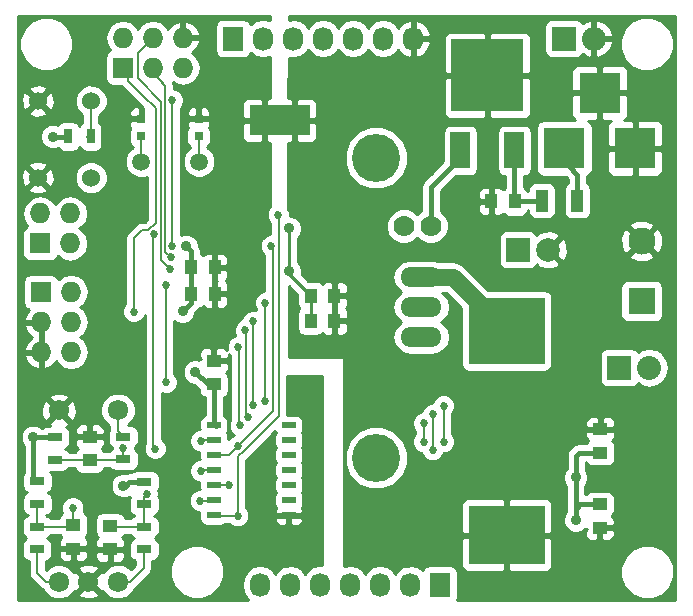
<source format=gbl>
G04 #@! TF.FileFunction,Copper,L2,Bot,Signal*
%FSLAX46Y46*%
G04 Gerber Fmt 4.6, Leading zero omitted, Abs format (unit mm)*
G04 Created by KiCad (PCBNEW (2015-01-16 BZR 5376)-product) date 3/6/2015 8:50:02 PM*
%MOMM*%
G01*
G04 APERTURE LIST*
%ADD10C,0.100000*%
%ADD11O,3.500120X1.699260*%
%ADD12R,1.000000X1.250000*%
%ADD13R,0.750000X0.800000*%
%ADD14R,1.250000X1.000000*%
%ADD15C,2.300000*%
%ADD16R,2.300000X2.300000*%
%ADD17R,0.700000X1.300000*%
%ADD18C,1.524000*%
%ADD19C,1.501140*%
%ADD20R,1.727200X1.727200*%
%ADD21O,1.727200X1.727200*%
%ADD22C,4.064000*%
%ADD23R,6.400000X5.600000*%
%ADD24R,6.400000X5.000000*%
%ADD25R,3.500120X3.500120*%
%ADD26R,1.300000X0.700000*%
%ADD27C,1.724000*%
%ADD28R,1.998980X1.998980*%
%ADD29C,1.998980*%
%ADD30R,1.143000X0.508000*%
%ADD31R,1.651000X3.048000*%
%ADD32R,6.096000X6.096000*%
%ADD33R,1.727200X2.032000*%
%ADD34O,1.727200X2.032000*%
%ADD35R,2.540000X2.540000*%
%ADD36C,1.778000*%
%ADD37R,2.032000X2.032000*%
%ADD38O,2.032000X2.032000*%
%ADD39R,1.000000X1.900000*%
%ADD40C,0.889000*%
%ADD41C,0.685800*%
%ADD42C,0.381000*%
%ADD43C,0.152400*%
%ADD44C,1.400000*%
%ADD45C,0.254000*%
G04 APERTURE END LIST*
D10*
D11*
X202819000Y-74930000D03*
X202819000Y-77470000D03*
X202819000Y-72390000D03*
D12*
X193462400Y-73964800D03*
X195462400Y-73964800D03*
X193462400Y-76098400D03*
X195462400Y-76098400D03*
D13*
X183972200Y-60465400D03*
X183972200Y-58965400D03*
X179120800Y-60465400D03*
X179120800Y-58965400D03*
D12*
X183353200Y-73812400D03*
X185353200Y-73812400D03*
X183353200Y-71577200D03*
X185353200Y-71577200D03*
D14*
X217932000Y-91608400D03*
X217932000Y-93608400D03*
X217982800Y-87258400D03*
X217982800Y-85258400D03*
X174752000Y-87918800D03*
X174752000Y-85918800D03*
D15*
X221488000Y-69342000D03*
D16*
X221488000Y-74422000D03*
D17*
X172938400Y-60477400D03*
X174838400Y-60477400D03*
D18*
X174868400Y-57481400D03*
X174868400Y-63981400D03*
X170368400Y-63981400D03*
X170368400Y-57481400D03*
D19*
X184000140Y-62611000D03*
X179118260Y-62611000D03*
D20*
X170637200Y-73660000D03*
D21*
X173177200Y-73660000D03*
X170637200Y-76200000D03*
X173177200Y-76200000D03*
X170637200Y-78740000D03*
X173177200Y-78740000D03*
D22*
X199000000Y-62300000D03*
X199000000Y-87700000D03*
D23*
X210058000Y-76948000D03*
D24*
X210058000Y-94248000D03*
D14*
X173380400Y-93386400D03*
X173380400Y-95386400D03*
X185267600Y-81467200D03*
X185267600Y-79467200D03*
D25*
X214932260Y-61493400D03*
X220931740Y-61493400D03*
X217932000Y-56794400D03*
D20*
X177571400Y-54660800D03*
D21*
X177571400Y-52120800D03*
X180111400Y-54660800D03*
X180111400Y-52120800D03*
X182651400Y-54660800D03*
X182651400Y-52120800D03*
D26*
X177596800Y-87818000D03*
X177596800Y-85918000D03*
X171805600Y-85968800D03*
X171805600Y-87868800D03*
X179374800Y-93538000D03*
X179374800Y-95438000D03*
X179374800Y-89728000D03*
X179374800Y-91628000D03*
X170281600Y-95438000D03*
X170281600Y-93538000D03*
X170332400Y-89677200D03*
X170332400Y-91577200D03*
D27*
X172150400Y-98178000D03*
X174650400Y-98178000D03*
X177150400Y-98178000D03*
X172150400Y-83678000D03*
X177150400Y-83678000D03*
D12*
X210753200Y-65989200D03*
X208753200Y-65989200D03*
D14*
X176479200Y-93437200D03*
X176479200Y-95437200D03*
D28*
X211023200Y-70078600D03*
D29*
X213563200Y-70078600D03*
D30*
X191617600Y-84937600D03*
X191617600Y-86207600D03*
X191617600Y-87477600D03*
X191617600Y-88747600D03*
X191617600Y-90017600D03*
X191617600Y-91287600D03*
X191617600Y-92557600D03*
X185267600Y-92557600D03*
X185267600Y-91287600D03*
X185267600Y-88747600D03*
X185267600Y-87477600D03*
X185267600Y-86207600D03*
X185267600Y-84937600D03*
X185267600Y-90017600D03*
D31*
X210718400Y-61671200D03*
D32*
X208432400Y-55321200D03*
D31*
X206146400Y-61671200D03*
D20*
X170561000Y-69545200D03*
D21*
X170561000Y-67005200D03*
X173101000Y-69545200D03*
X173101000Y-67005200D03*
D33*
X204419200Y-98450400D03*
D34*
X201879200Y-98450400D03*
X199339200Y-98450400D03*
X196799200Y-98450400D03*
X194259200Y-98450400D03*
X191719200Y-98450400D03*
X189179200Y-98450400D03*
D35*
X192100200Y-59131200D03*
X189560200Y-59131200D03*
D36*
X203631800Y-68046600D03*
X201345800Y-68046600D03*
D37*
X214909400Y-52197000D03*
D38*
X217449400Y-52197000D03*
D39*
X216053800Y-65913000D03*
X213053800Y-65913000D03*
D37*
X219583000Y-80060800D03*
D38*
X222123000Y-80060800D03*
D33*
X186893200Y-52197000D03*
D34*
X189433200Y-52197000D03*
X191973200Y-52197000D03*
X194513200Y-52197000D03*
X197053200Y-52197000D03*
X199593200Y-52197000D03*
X202133200Y-52197000D03*
D40*
X218490800Y-89408000D03*
X197231000Y-78257400D03*
X209397600Y-98044000D03*
X196265800Y-67462400D03*
X193513200Y-82280000D03*
X185369200Y-69850000D03*
X184378600Y-75412600D03*
X183692800Y-66802000D03*
X215900000Y-89357200D03*
X169976800Y-85953600D03*
X182930800Y-69799200D03*
X182626000Y-75285600D03*
X183692800Y-80416400D03*
X177596800Y-90043000D03*
X171627800Y-60502800D03*
X215925400Y-92964000D03*
D41*
X177596800Y-86868000D03*
X184150000Y-86258400D03*
X181559200Y-71678800D03*
X181610000Y-70688200D03*
X181254400Y-81280000D03*
X181178200Y-73025000D03*
X181737000Y-69773800D03*
X181762400Y-57404000D03*
X187299600Y-92608400D03*
X190703200Y-67106800D03*
X180289200Y-86918800D03*
X186588400Y-89966800D03*
X180187600Y-68783200D03*
X189585600Y-82854800D03*
X189636400Y-74549000D03*
X204724000Y-83286600D03*
X204724000Y-86334600D03*
X188595000Y-83235800D03*
X188569600Y-76149200D03*
X203784200Y-84023200D03*
X203784200Y-87020400D03*
X188163200Y-84201000D03*
X187934600Y-76885800D03*
X203022200Y-84759800D03*
X203022200Y-86334600D03*
X187502800Y-84912200D03*
X187325000Y-78308200D03*
X187325000Y-86664800D03*
X190119000Y-69742400D03*
D40*
X191668400Y-68275200D03*
X191668400Y-71907400D03*
D41*
X178485800Y-75311000D03*
X184150000Y-88798400D03*
X179603400Y-90754200D03*
X184099200Y-91338400D03*
X173329600Y-91922600D03*
D42*
X197231000Y-78257400D02*
X197205600Y-78232000D01*
X193513200Y-82280000D02*
X193497200Y-82296000D01*
X185318400Y-81518000D02*
X185318400Y-84861400D01*
X185318400Y-84861400D02*
X185420000Y-84963000D01*
X184896000Y-81518000D02*
X185318400Y-81518000D01*
X171790400Y-85953600D02*
X171805600Y-85968800D01*
X215900000Y-89357200D02*
X215950800Y-89306400D01*
X215950800Y-89306400D02*
X215950800Y-88773000D01*
X215900000Y-90982800D02*
X215900000Y-89357200D01*
X183277000Y-73533000D02*
X183404000Y-73660000D01*
X169976800Y-89321600D02*
X170332400Y-89677200D01*
X171790400Y-85953600D02*
X169976800Y-85953600D01*
X177596800Y-90043000D02*
X177612000Y-90058200D01*
X178089600Y-89728000D02*
X179374800Y-89728000D01*
X177794249Y-90037729D02*
X178089600Y-89728000D01*
X177596800Y-90043000D02*
X177794249Y-90037729D01*
X169976800Y-89321600D02*
X170332400Y-89677200D01*
X169976800Y-85953600D02*
X169976800Y-89321600D01*
X183337200Y-73828400D02*
X183353200Y-73812400D01*
X182930800Y-69799200D02*
X183353200Y-70221600D01*
X183353200Y-71577200D02*
X183353200Y-70221600D01*
X183353200Y-71577200D02*
X183353200Y-73812400D01*
X182626000Y-75285600D02*
X183353200Y-74558400D01*
X183353200Y-74558400D02*
X183353200Y-73812400D01*
X184743600Y-81467200D02*
X185267600Y-81467200D01*
X183692800Y-80416400D02*
X184743600Y-81467200D01*
X172659000Y-60502800D02*
X171627800Y-60502800D01*
X215950800Y-88773000D02*
X215950800Y-87503000D01*
X216195400Y-87258400D02*
X215950800Y-87503000D01*
X217982800Y-87258400D02*
X216195400Y-87258400D01*
X215900000Y-91998800D02*
X215900000Y-90982800D01*
X216290400Y-91608400D02*
X215900000Y-91998800D01*
X217932000Y-91608400D02*
X216290400Y-91608400D01*
X203631800Y-64795400D02*
X203631800Y-68046600D01*
X206146400Y-62280800D02*
X203631800Y-64795400D01*
X206146400Y-61671200D02*
X206146400Y-62280800D01*
X215925400Y-92964000D02*
X215900000Y-92938600D01*
X215900000Y-91998800D02*
X215900000Y-92938600D01*
D43*
X174700400Y-87868800D02*
X174701200Y-87868000D01*
X174701200Y-87868000D02*
X177546800Y-87868000D01*
X171805600Y-87868800D02*
X174700400Y-87868800D01*
X177546800Y-87868000D02*
X177596800Y-87818000D01*
X184150000Y-86258400D02*
X184200800Y-86207600D01*
X184200800Y-86207600D02*
X185267600Y-86207600D01*
X177596800Y-87818000D02*
X177596800Y-86868000D01*
D42*
X210811600Y-61120800D02*
X211201000Y-60731400D01*
X210829400Y-65913000D02*
X210753200Y-65989200D01*
X213053800Y-65913000D02*
X210829400Y-65913000D01*
X210718400Y-65954400D02*
X210753200Y-65989200D01*
X210718400Y-61671200D02*
X210718400Y-65954400D01*
D43*
X180797200Y-57531000D02*
X178816000Y-55549800D01*
X178816000Y-55549800D02*
X178816000Y-53416200D01*
X178816000Y-53416200D02*
X180111400Y-52120800D01*
X181483000Y-71602600D02*
X180797200Y-70916800D01*
X180797200Y-58724800D02*
X180797200Y-58928000D01*
X180797200Y-58928000D02*
X180797200Y-70916800D01*
X180797200Y-58724800D02*
X180797200Y-57531000D01*
X181152800Y-68834000D02*
X181152800Y-68884800D01*
X181152800Y-70231000D02*
X181152800Y-70256400D01*
X181152800Y-68884800D02*
X181152800Y-70231000D01*
X180975000Y-56007000D02*
X181152800Y-56184800D01*
X180898800Y-55930800D02*
X180975000Y-56007000D01*
X181152800Y-56184800D02*
X181152800Y-68884800D01*
X180340000Y-55346600D02*
X180340000Y-54660800D01*
X180975000Y-55981600D02*
X180340000Y-55346600D01*
X180975000Y-56007000D02*
X180975000Y-55981600D01*
X181152800Y-70231000D02*
X181610000Y-70688200D01*
D44*
X202819000Y-72390000D02*
X205500000Y-72390000D01*
X205500000Y-72390000D02*
X210058000Y-76948000D01*
D43*
X181203600Y-81229200D02*
X181178200Y-73025000D01*
X181178200Y-73025000D02*
X181229000Y-73075800D01*
X181254400Y-81280000D02*
X181203600Y-81229200D01*
X183972200Y-62583060D02*
X184000140Y-62611000D01*
X183972200Y-60465400D02*
X183972200Y-62583060D01*
X179120800Y-62608460D02*
X179118260Y-62611000D01*
X179120800Y-60465400D02*
X179120800Y-62608460D01*
X174838400Y-60477400D02*
X174838400Y-57578400D01*
X174838400Y-57578400D02*
X174741400Y-57481400D01*
X174614400Y-60447400D02*
X174559000Y-60502800D01*
X181737000Y-69773800D02*
X181737000Y-57429400D01*
X181737000Y-57429400D02*
X181762400Y-57404000D01*
X185445400Y-92608400D02*
X185420000Y-92583000D01*
X187299600Y-92608400D02*
X185445400Y-92608400D01*
X187299600Y-92303600D02*
X187299600Y-92608400D01*
X187350400Y-87553800D02*
X187350400Y-87553800D01*
X187350400Y-87553800D02*
X187299600Y-87604600D01*
X187299600Y-92303600D02*
X187299600Y-87604600D01*
X190754000Y-82956400D02*
X190779400Y-84124800D01*
X190754000Y-67157600D02*
X190754000Y-82956400D01*
X187350400Y-87553800D02*
X187782200Y-87122000D01*
X190779400Y-84124800D02*
X187782200Y-87122000D01*
X190703200Y-67106800D02*
X190754000Y-67157600D01*
X185388267Y-90074733D02*
X185420000Y-90043000D01*
X180136800Y-80416400D02*
X180136800Y-68834000D01*
X180136800Y-82804000D02*
X180136800Y-86664800D01*
X180238400Y-86868000D02*
X180136800Y-86766400D01*
X180136800Y-86664800D02*
X180136800Y-86766400D01*
X180136800Y-80416400D02*
X180136800Y-82804000D01*
X186588400Y-89966800D02*
X186512200Y-90043000D01*
X185318400Y-89966800D02*
X185267600Y-90017600D01*
X186588400Y-89966800D02*
X185318400Y-89966800D01*
X180289200Y-86918800D02*
X180238400Y-86868000D01*
X180187600Y-68783200D02*
X180136800Y-68834000D01*
X189534800Y-74574400D02*
X189585600Y-74625200D01*
X189585600Y-74625200D02*
X189585600Y-82854800D01*
X204724000Y-83286600D02*
X204724000Y-86334600D01*
X188569600Y-83210400D02*
X188595000Y-83235800D01*
X188569600Y-83032600D02*
X188569600Y-83159600D01*
X188569600Y-83159600D02*
X188569600Y-76149200D01*
X188569600Y-83032600D02*
X188569600Y-83210400D01*
X203784200Y-84023200D02*
X203784200Y-86410800D01*
X203784200Y-86410800D02*
X203784200Y-87020400D01*
X188010800Y-80441800D02*
X188010800Y-80441800D01*
X188010800Y-80441800D02*
X188010800Y-84023200D01*
X188010800Y-84048600D02*
X188163200Y-84201000D01*
X188010800Y-84023200D02*
X188010800Y-84048600D01*
X187934600Y-76885800D02*
X188010800Y-76962000D01*
X188010800Y-76962000D02*
X188010800Y-76987400D01*
X188010800Y-76987400D02*
X188010800Y-80441800D01*
X203022200Y-84759800D02*
X203022200Y-86334600D01*
X187375800Y-78333600D02*
X187325000Y-78282800D01*
X187375800Y-84785200D02*
X187375800Y-78333600D01*
X187375800Y-84785200D02*
X187502800Y-84912200D01*
X187325000Y-78308200D02*
X187350400Y-78333600D01*
X187350400Y-78333600D02*
X187375800Y-78333600D01*
X190246000Y-82753200D02*
X190246000Y-81635600D01*
X190246000Y-81635600D02*
X190246000Y-70612000D01*
X190246000Y-70612000D02*
X190246000Y-69799200D01*
X187325000Y-86664800D02*
X190246000Y-83743800D01*
X186512200Y-87477600D02*
X187325000Y-86664800D01*
X190246000Y-83743800D02*
X190246000Y-82753200D01*
X185267600Y-87477600D02*
X186512200Y-87477600D01*
X190119000Y-69742400D02*
X190119000Y-69748400D01*
D45*
X193462400Y-76098400D02*
X193462400Y-73964800D01*
X191668400Y-68275200D02*
X191643000Y-68300600D01*
X191643000Y-71907400D02*
X191643000Y-72145400D01*
X191643000Y-68300600D02*
X191643000Y-71907400D01*
X191643000Y-72145400D02*
X193462400Y-73964800D01*
X191668400Y-71907400D02*
X191643000Y-71907400D01*
D43*
X178485800Y-69926200D02*
X178485800Y-69824600D01*
X178485800Y-75311000D02*
X178485800Y-69926200D01*
X180340000Y-59207398D02*
X180340000Y-58267600D01*
X180340000Y-58267600D02*
X180340000Y-58089800D01*
X180340000Y-58089800D02*
X179273200Y-57023000D01*
X179273200Y-57023000D02*
X178028600Y-55778400D01*
X178028600Y-55778400D02*
X178028600Y-55118000D01*
X180340000Y-67792600D02*
X179730400Y-68402200D01*
X179730400Y-68402200D02*
X179171600Y-68402200D01*
X179171600Y-68402200D02*
X178485800Y-69088000D01*
X178485800Y-69926200D02*
X178485800Y-69088000D01*
X180340000Y-66370200D02*
X180340000Y-67792600D01*
X180340000Y-66370200D02*
X180340000Y-59207398D01*
X179324000Y-93538000D02*
X176580000Y-93538000D01*
X176580000Y-93538000D02*
X176403000Y-93361000D01*
X179324000Y-91501000D02*
X179324000Y-93538000D01*
X184150000Y-88798400D02*
X184200800Y-88747600D01*
X184200800Y-88747600D02*
X185267600Y-88747600D01*
X179324000Y-91033600D02*
X179603400Y-90754200D01*
X179324000Y-91628000D02*
X179324000Y-91135200D01*
X179324000Y-91135200D02*
X179324000Y-91033600D01*
X170307000Y-93538000D02*
X173178000Y-93538000D01*
X170307000Y-91628000D02*
X170307000Y-93538000D01*
X173178000Y-93538000D02*
X173355000Y-93361000D01*
X185216800Y-91338400D02*
X185267600Y-91287600D01*
X184099200Y-91338400D02*
X185216800Y-91338400D01*
X173355000Y-92227400D02*
X173329600Y-92202000D01*
X173355000Y-93361000D02*
X173355000Y-92227400D01*
X173329600Y-91922600D02*
X173355000Y-91948000D01*
X173355000Y-91948000D02*
X173355000Y-92227400D01*
X177125000Y-83678000D02*
X177125000Y-85446200D01*
X177125000Y-85446200D02*
X177596800Y-85918000D01*
X177125000Y-98178000D02*
X178174000Y-98178000D01*
X179324000Y-97028000D02*
X179324000Y-95438000D01*
X178174000Y-98178000D02*
X179324000Y-97028000D01*
X170307000Y-97409000D02*
X171076000Y-98178000D01*
X171076000Y-98178000D02*
X172125000Y-98178000D01*
X170307000Y-95438000D02*
X170307000Y-97409000D01*
D42*
X216053800Y-63704600D02*
X216053800Y-65913000D01*
X215338660Y-62989460D02*
X216053800Y-63704600D01*
X215338660Y-61290200D02*
X215338660Y-62989460D01*
D45*
G36*
X194462400Y-96807473D02*
X194259200Y-96767055D01*
X193685711Y-96881129D01*
X193199530Y-97205985D01*
X192989200Y-97520765D01*
X192824100Y-97273676D01*
X192824100Y-92937909D01*
X192824100Y-92843350D01*
X192665350Y-92684600D01*
X191744600Y-92684600D01*
X191744600Y-93287850D01*
X191903350Y-93446600D01*
X192062791Y-93446600D01*
X192315410Y-93446600D01*
X192548799Y-93349927D01*
X192727427Y-93171298D01*
X192824100Y-92937909D01*
X192824100Y-97273676D01*
X192778870Y-97205985D01*
X192292689Y-96881129D01*
X191719200Y-96767055D01*
X191490600Y-96812526D01*
X191490600Y-93287850D01*
X191490600Y-92684600D01*
X190569850Y-92684600D01*
X190411100Y-92843350D01*
X190411100Y-92937909D01*
X190507773Y-93171298D01*
X190686401Y-93349927D01*
X190919790Y-93446600D01*
X191172409Y-93446600D01*
X191331850Y-93446600D01*
X191490600Y-93287850D01*
X191490600Y-96812526D01*
X191145711Y-96881129D01*
X190659530Y-97205985D01*
X190449200Y-97520765D01*
X190238870Y-97205985D01*
X189752689Y-96881129D01*
X189179200Y-96767055D01*
X188605711Y-96881129D01*
X188119530Y-97205985D01*
X187794674Y-97692166D01*
X187680600Y-98265655D01*
X187680600Y-98635145D01*
X187794674Y-99208634D01*
X188119530Y-99694815D01*
X188149738Y-99715000D01*
X186130596Y-99715000D01*
X186130596Y-96880279D01*
X185783458Y-96040142D01*
X185141239Y-95396801D01*
X184301709Y-95048197D01*
X183392679Y-95047404D01*
X182552542Y-95394542D01*
X181909201Y-96036761D01*
X181560597Y-96876291D01*
X181559804Y-97785321D01*
X181906942Y-98625458D01*
X182549161Y-99268799D01*
X183388691Y-99617403D01*
X184297721Y-99618196D01*
X185137858Y-99271058D01*
X185781199Y-98628839D01*
X186129803Y-97789309D01*
X186130596Y-96880279D01*
X186130596Y-99715000D01*
X180672240Y-99715000D01*
X180672240Y-95788000D01*
X180672240Y-95088000D01*
X180625263Y-94845877D01*
X180485473Y-94633073D01*
X180274440Y-94490623D01*
X180265269Y-94488783D01*
X180266923Y-94488463D01*
X180479727Y-94348673D01*
X180622177Y-94137640D01*
X180672240Y-93888000D01*
X180672240Y-93188000D01*
X180625263Y-92945877D01*
X180485473Y-92733073D01*
X180274440Y-92590623D01*
X180239924Y-92583701D01*
X180266923Y-92578463D01*
X180479727Y-92438673D01*
X180622177Y-92227640D01*
X180672240Y-91978000D01*
X180672240Y-91278000D01*
X180625263Y-91035877D01*
X180576264Y-90961286D01*
X180581130Y-90949570D01*
X180581469Y-90560537D01*
X180537233Y-90453479D01*
X180622177Y-90327640D01*
X180672240Y-90078000D01*
X180672240Y-89378000D01*
X180625263Y-89135877D01*
X180485473Y-88923073D01*
X180274440Y-88780623D01*
X180024800Y-88730560D01*
X178894240Y-88730560D01*
X178894240Y-88168000D01*
X178894240Y-87468000D01*
X178847263Y-87225877D01*
X178707473Y-87013073D01*
X178574651Y-86923417D01*
X178574748Y-86812084D01*
X178701727Y-86728673D01*
X178844177Y-86517640D01*
X178894240Y-86268000D01*
X178894240Y-85568000D01*
X178847263Y-85325877D01*
X178707473Y-85113073D01*
X178496440Y-84970623D01*
X178246800Y-84920560D01*
X178024597Y-84920560D01*
X178418755Y-84527090D01*
X178647140Y-83977078D01*
X178647659Y-83381535D01*
X178420235Y-82831125D01*
X177999490Y-82409645D01*
X177449478Y-82181260D01*
X176853935Y-82180741D01*
X176303525Y-82408165D01*
X176265642Y-82445981D01*
X176265642Y-63704739D01*
X176265642Y-57204739D01*
X176053410Y-56691097D01*
X175660770Y-56297771D01*
X175147500Y-56084643D01*
X174591739Y-56084158D01*
X174078097Y-56296390D01*
X173684771Y-56689030D01*
X173471643Y-57202300D01*
X173471158Y-57758061D01*
X173683390Y-58271703D01*
X174076030Y-58665029D01*
X174127200Y-58686276D01*
X174127200Y-59305158D01*
X174033473Y-59366727D01*
X173891023Y-59577760D01*
X173889183Y-59586930D01*
X173888863Y-59585277D01*
X173749073Y-59372473D01*
X173538040Y-59230023D01*
X173379796Y-59198288D01*
X173379796Y-52201679D01*
X173032658Y-51361542D01*
X172390439Y-50718201D01*
X171550909Y-50369597D01*
X170641879Y-50368804D01*
X169801742Y-50715942D01*
X169158401Y-51358161D01*
X168809797Y-52197691D01*
X168809004Y-53106721D01*
X169156142Y-53946858D01*
X169798361Y-54590199D01*
X170637891Y-54938803D01*
X171546921Y-54939596D01*
X172387058Y-54592458D01*
X173030399Y-53950239D01*
X173379003Y-53110709D01*
X173379796Y-52201679D01*
X173379796Y-59198288D01*
X173288400Y-59179960D01*
X172588400Y-59179960D01*
X172346277Y-59226937D01*
X172133473Y-59366727D01*
X172040057Y-59505118D01*
X171843468Y-59423487D01*
X171777544Y-59423429D01*
X171777544Y-57689098D01*
X171749762Y-57134032D01*
X171590797Y-56750257D01*
X171348613Y-56680792D01*
X171169008Y-56860397D01*
X171169008Y-56501187D01*
X171099543Y-56259003D01*
X170576098Y-56072256D01*
X170021032Y-56100038D01*
X169637257Y-56259003D01*
X169567792Y-56501187D01*
X170368400Y-57301795D01*
X171169008Y-56501187D01*
X171169008Y-56860397D01*
X170548005Y-57481400D01*
X171348613Y-58282008D01*
X171590797Y-58212543D01*
X171777544Y-57689098D01*
X171777544Y-59423429D01*
X171414016Y-59423113D01*
X171169008Y-59524348D01*
X171169008Y-58461613D01*
X170368400Y-57661005D01*
X170188795Y-57840610D01*
X170188795Y-57481400D01*
X169388187Y-56680792D01*
X169146003Y-56750257D01*
X168959256Y-57273702D01*
X168987038Y-57828768D01*
X169146003Y-58212543D01*
X169388187Y-58282008D01*
X170188795Y-57481400D01*
X170188795Y-57840610D01*
X169567792Y-58461613D01*
X169637257Y-58703797D01*
X170160702Y-58890544D01*
X170715768Y-58862762D01*
X171099543Y-58703797D01*
X171169008Y-58461613D01*
X171169008Y-59524348D01*
X171017111Y-59587111D01*
X170713178Y-59890514D01*
X170548487Y-60287132D01*
X170548113Y-60716584D01*
X170712111Y-61113489D01*
X171015514Y-61417422D01*
X171412132Y-61582113D01*
X171841584Y-61582487D01*
X172066723Y-61489461D01*
X172127727Y-61582327D01*
X172338760Y-61724777D01*
X172588400Y-61774840D01*
X173288400Y-61774840D01*
X173530523Y-61727863D01*
X173743327Y-61588073D01*
X173885777Y-61377040D01*
X173887616Y-61367869D01*
X173887937Y-61369523D01*
X174027727Y-61582327D01*
X174238760Y-61724777D01*
X174488400Y-61774840D01*
X175188400Y-61774840D01*
X175430523Y-61727863D01*
X175643327Y-61588073D01*
X175785777Y-61377040D01*
X175835840Y-61127400D01*
X175835840Y-59827400D01*
X175788863Y-59585277D01*
X175649073Y-59372473D01*
X175549600Y-59305327D01*
X175549600Y-58711490D01*
X175658703Y-58666410D01*
X176052029Y-58273770D01*
X176265157Y-57760500D01*
X176265642Y-57204739D01*
X176265642Y-63704739D01*
X176053410Y-63191097D01*
X175660770Y-62797771D01*
X175147500Y-62584643D01*
X174591739Y-62584158D01*
X174078097Y-62796390D01*
X173684771Y-63189030D01*
X173471643Y-63702300D01*
X173471158Y-64258061D01*
X173683390Y-64771703D01*
X174076030Y-65165029D01*
X174589300Y-65378157D01*
X175145061Y-65378642D01*
X175658703Y-65166410D01*
X176052029Y-64773770D01*
X176265157Y-64260500D01*
X176265642Y-63704739D01*
X176265642Y-82445981D01*
X175882045Y-82828910D01*
X175653660Y-83378922D01*
X175653141Y-83974465D01*
X175880565Y-84524875D01*
X176301310Y-84946355D01*
X176413800Y-84993064D01*
X176413800Y-85222988D01*
X176349423Y-85318360D01*
X176299360Y-85568000D01*
X176299360Y-86268000D01*
X176346337Y-86510123D01*
X176486127Y-86722927D01*
X176618948Y-86812582D01*
X176618851Y-86923915D01*
X176491873Y-87007327D01*
X176390976Y-87156800D01*
X175964405Y-87156800D01*
X175837673Y-86963873D01*
X175773362Y-86920462D01*
X175915327Y-86778498D01*
X176012000Y-86545109D01*
X176012000Y-86204550D01*
X176012000Y-85633050D01*
X176012000Y-85292491D01*
X175915327Y-85059102D01*
X175736699Y-84880473D01*
X175503310Y-84783800D01*
X175250691Y-84783800D01*
X175037750Y-84783800D01*
X174879000Y-84942550D01*
X174879000Y-85791800D01*
X175853250Y-85791800D01*
X176012000Y-85633050D01*
X176012000Y-86204550D01*
X175853250Y-86045800D01*
X174879000Y-86045800D01*
X174879000Y-86065800D01*
X174675800Y-86065800D01*
X174675800Y-78769359D01*
X174675800Y-78710641D01*
X174561726Y-78137152D01*
X174236870Y-77650971D01*
X173966027Y-77470000D01*
X174236870Y-77289029D01*
X174561726Y-76802848D01*
X174675800Y-76229359D01*
X174675800Y-76170641D01*
X174561726Y-75597152D01*
X174236870Y-75110971D01*
X173966027Y-74930000D01*
X174236870Y-74749029D01*
X174561726Y-74262848D01*
X174675800Y-73689359D01*
X174675800Y-73630641D01*
X174599600Y-73247557D01*
X174599600Y-69574559D01*
X174599600Y-69515841D01*
X174485526Y-68942352D01*
X174160670Y-68456171D01*
X173889827Y-68275200D01*
X174160670Y-68094229D01*
X174485526Y-67608048D01*
X174599600Y-67034559D01*
X174599600Y-66975841D01*
X174485526Y-66402352D01*
X174160670Y-65916171D01*
X173674489Y-65591315D01*
X173101000Y-65477241D01*
X172527511Y-65591315D01*
X172041330Y-65916171D01*
X171831000Y-66230951D01*
X171777544Y-66150948D01*
X171777544Y-64189098D01*
X171749762Y-63634032D01*
X171590797Y-63250257D01*
X171348613Y-63180792D01*
X171169008Y-63360397D01*
X171169008Y-63001187D01*
X171099543Y-62759003D01*
X170576098Y-62572256D01*
X170021032Y-62600038D01*
X169637257Y-62759003D01*
X169567792Y-63001187D01*
X170368400Y-63801795D01*
X171169008Y-63001187D01*
X171169008Y-63360397D01*
X170548005Y-63981400D01*
X171348613Y-64782008D01*
X171590797Y-64712543D01*
X171777544Y-64189098D01*
X171777544Y-66150948D01*
X171620670Y-65916171D01*
X171169008Y-65614379D01*
X171169008Y-64961613D01*
X170368400Y-64161005D01*
X170188795Y-64340610D01*
X170188795Y-63981400D01*
X169388187Y-63180792D01*
X169146003Y-63250257D01*
X168959256Y-63773702D01*
X168987038Y-64328768D01*
X169146003Y-64712543D01*
X169388187Y-64782008D01*
X170188795Y-63981400D01*
X170188795Y-64340610D01*
X169567792Y-64961613D01*
X169637257Y-65203797D01*
X170160702Y-65390544D01*
X170715768Y-65362762D01*
X171099543Y-65203797D01*
X171169008Y-64961613D01*
X171169008Y-65614379D01*
X171134489Y-65591315D01*
X170561000Y-65477241D01*
X169987511Y-65591315D01*
X169501330Y-65916171D01*
X169176474Y-66402352D01*
X169062400Y-66975841D01*
X169062400Y-67034559D01*
X169176474Y-67608048D01*
X169488300Y-68074729D01*
X169455277Y-68081137D01*
X169242473Y-68220927D01*
X169100023Y-68431960D01*
X169049960Y-68681600D01*
X169049960Y-70408800D01*
X169096937Y-70650923D01*
X169236727Y-70863727D01*
X169447760Y-71006177D01*
X169697400Y-71056240D01*
X171424600Y-71056240D01*
X171666723Y-71009263D01*
X171879527Y-70869473D01*
X172021977Y-70658440D01*
X172030179Y-70617540D01*
X172041330Y-70634229D01*
X172527511Y-70959085D01*
X173101000Y-71073159D01*
X173674489Y-70959085D01*
X174160670Y-70634229D01*
X174485526Y-70148048D01*
X174599600Y-69574559D01*
X174599600Y-73247557D01*
X174561726Y-73057152D01*
X174236870Y-72570971D01*
X173750689Y-72246115D01*
X173177200Y-72132041D01*
X172603711Y-72246115D01*
X172117530Y-72570971D01*
X172107433Y-72586081D01*
X172101263Y-72554277D01*
X171961473Y-72341473D01*
X171750440Y-72199023D01*
X171500800Y-72148960D01*
X169773600Y-72148960D01*
X169531477Y-72195937D01*
X169318673Y-72335727D01*
X169176223Y-72546760D01*
X169126160Y-72796400D01*
X169126160Y-74523600D01*
X169173137Y-74765723D01*
X169312927Y-74978527D01*
X169523960Y-75120977D01*
X169618378Y-75139911D01*
X169430379Y-75311510D01*
X169182232Y-75840973D01*
X169302731Y-76073000D01*
X170510200Y-76073000D01*
X170510200Y-76053000D01*
X170764200Y-76053000D01*
X170764200Y-76073000D01*
X170784200Y-76073000D01*
X170784200Y-76327000D01*
X170764200Y-76327000D01*
X170764200Y-77406183D01*
X170764200Y-77533817D01*
X170764200Y-78613000D01*
X170784200Y-78613000D01*
X170784200Y-78867000D01*
X170764200Y-78867000D01*
X170764200Y-80073817D01*
X170996226Y-80194958D01*
X171412147Y-80022688D01*
X171844021Y-79628490D01*
X171901536Y-79505771D01*
X172117530Y-79829029D01*
X172603711Y-80153885D01*
X173177200Y-80267959D01*
X173750689Y-80153885D01*
X174236870Y-79829029D01*
X174561726Y-79342848D01*
X174675800Y-78769359D01*
X174675800Y-86065800D01*
X174625000Y-86065800D01*
X174625000Y-86045800D01*
X174625000Y-85791800D01*
X174625000Y-84942550D01*
X174466250Y-84783800D01*
X174253309Y-84783800D01*
X174000690Y-84783800D01*
X173767301Y-84880473D01*
X173659056Y-84988718D01*
X173659056Y-83909587D01*
X173632842Y-83314621D01*
X173455592Y-82886704D01*
X173203047Y-82804958D01*
X173023442Y-82984563D01*
X173023442Y-82625353D01*
X172941696Y-82372808D01*
X172381987Y-82169344D01*
X171787021Y-82195558D01*
X171359104Y-82372808D01*
X171277358Y-82625353D01*
X172150400Y-83498395D01*
X173023442Y-82625353D01*
X173023442Y-82984563D01*
X172330005Y-83678000D01*
X173203047Y-84551042D01*
X173455592Y-84469296D01*
X173659056Y-83909587D01*
X173659056Y-84988718D01*
X173588673Y-85059102D01*
X173492000Y-85292491D01*
X173492000Y-85633050D01*
X173650750Y-85791800D01*
X174625000Y-85791800D01*
X174625000Y-86045800D01*
X173650750Y-86045800D01*
X173492000Y-86204550D01*
X173492000Y-86545109D01*
X173588673Y-86778498D01*
X173730150Y-86919976D01*
X173672073Y-86958127D01*
X173537426Y-87157600D01*
X172977841Y-87157600D01*
X172916273Y-87063873D01*
X172705240Y-86921423D01*
X172696069Y-86919583D01*
X172697723Y-86919263D01*
X172910527Y-86779473D01*
X173052977Y-86568440D01*
X173103040Y-86318800D01*
X173103040Y-85618800D01*
X173056063Y-85376677D01*
X172916273Y-85163873D01*
X172760061Y-85058428D01*
X172941696Y-84983192D01*
X173023442Y-84730647D01*
X172150400Y-83857605D01*
X171970795Y-84037210D01*
X171970795Y-83678000D01*
X171097753Y-82804958D01*
X170845208Y-82886704D01*
X170641744Y-83446413D01*
X170667958Y-84041379D01*
X170845208Y-84469296D01*
X171097753Y-84551042D01*
X171970795Y-83678000D01*
X171970795Y-84037210D01*
X171277358Y-84730647D01*
X171355274Y-84971360D01*
X171155600Y-84971360D01*
X170913477Y-85018337D01*
X170746383Y-85128100D01*
X170678052Y-85128100D01*
X170589086Y-85038978D01*
X170510200Y-85006221D01*
X170510200Y-80073817D01*
X170510200Y-78867000D01*
X170510200Y-78613000D01*
X170510200Y-77533817D01*
X170510200Y-77406183D01*
X170510200Y-76327000D01*
X169302731Y-76327000D01*
X169182232Y-76559027D01*
X169430379Y-77088490D01*
X169848352Y-77470000D01*
X169430379Y-77851510D01*
X169182232Y-78380973D01*
X169302731Y-78613000D01*
X170510200Y-78613000D01*
X170510200Y-78867000D01*
X169302731Y-78867000D01*
X169182232Y-79099027D01*
X169430379Y-79628490D01*
X169862253Y-80022688D01*
X170278174Y-80194958D01*
X170510200Y-80073817D01*
X170510200Y-85006221D01*
X170192468Y-84874287D01*
X169763016Y-84873913D01*
X169366111Y-85037911D01*
X169062178Y-85341314D01*
X168897487Y-85737932D01*
X168897113Y-86167384D01*
X169061111Y-86564289D01*
X169151300Y-86654635D01*
X169151300Y-88979373D01*
X169085023Y-89077560D01*
X169034960Y-89327200D01*
X169034960Y-90027200D01*
X169081937Y-90269323D01*
X169221727Y-90482127D01*
X169432760Y-90624577D01*
X169441930Y-90626416D01*
X169440277Y-90626737D01*
X169227473Y-90766527D01*
X169085023Y-90977560D01*
X169034960Y-91227200D01*
X169034960Y-91927200D01*
X169081937Y-92169323D01*
X169221727Y-92382127D01*
X169432760Y-92524577D01*
X169571045Y-92552308D01*
X169389477Y-92587537D01*
X169176673Y-92727327D01*
X169034223Y-92938360D01*
X168984160Y-93188000D01*
X168984160Y-93888000D01*
X169031137Y-94130123D01*
X169170927Y-94342927D01*
X169381960Y-94485377D01*
X169391130Y-94487216D01*
X169389477Y-94487537D01*
X169176673Y-94627327D01*
X169034223Y-94838360D01*
X168984160Y-95088000D01*
X168984160Y-95788000D01*
X169031137Y-96030123D01*
X169170927Y-96242927D01*
X169381960Y-96385377D01*
X169595800Y-96428260D01*
X169595800Y-97409000D01*
X169649937Y-97681165D01*
X169804106Y-97911894D01*
X170573105Y-98680894D01*
X170573106Y-98680894D01*
X170801488Y-98833494D01*
X170801488Y-98833495D01*
X170880565Y-99024875D01*
X171301310Y-99446355D01*
X171851322Y-99674740D01*
X172446865Y-99675259D01*
X172997275Y-99447835D01*
X173418755Y-99027090D01*
X173431195Y-98997129D01*
X173597753Y-99051042D01*
X174470795Y-98178000D01*
X173597753Y-97304958D01*
X173431639Y-97358726D01*
X173420235Y-97331125D01*
X173253400Y-97163998D01*
X173253400Y-96362650D01*
X173253400Y-95513400D01*
X172279150Y-95513400D01*
X172120400Y-95672150D01*
X172120400Y-96012709D01*
X172217073Y-96246098D01*
X172395701Y-96424727D01*
X172629090Y-96521400D01*
X172881709Y-96521400D01*
X173094650Y-96521400D01*
X173253400Y-96362650D01*
X173253400Y-97163998D01*
X172999490Y-96909645D01*
X172449478Y-96681260D01*
X171853935Y-96680741D01*
X171303525Y-96908165D01*
X171057524Y-97153736D01*
X171018200Y-97114411D01*
X171018200Y-96418637D01*
X171173723Y-96388463D01*
X171386527Y-96248673D01*
X171528977Y-96037640D01*
X171579040Y-95788000D01*
X171579040Y-95088000D01*
X171532063Y-94845877D01*
X171392273Y-94633073D01*
X171181240Y-94490623D01*
X171172069Y-94488783D01*
X171173723Y-94488463D01*
X171386527Y-94348673D01*
X171453672Y-94249200D01*
X172234209Y-94249200D01*
X172294727Y-94341327D01*
X172359037Y-94384737D01*
X172217073Y-94526702D01*
X172120400Y-94760091D01*
X172120400Y-95100650D01*
X172279150Y-95259400D01*
X173253400Y-95259400D01*
X173253400Y-95239400D01*
X173507400Y-95239400D01*
X173507400Y-95259400D01*
X174481650Y-95259400D01*
X174640400Y-95100650D01*
X174640400Y-94760091D01*
X174543727Y-94526702D01*
X174402249Y-94385223D01*
X174460327Y-94347073D01*
X174602777Y-94136040D01*
X174652840Y-93886400D01*
X174652840Y-92886400D01*
X174605863Y-92644277D01*
X174466073Y-92431473D01*
X174255040Y-92289023D01*
X174237742Y-92285554D01*
X174307330Y-92117970D01*
X174307669Y-91728937D01*
X174159107Y-91369388D01*
X173884259Y-91094060D01*
X173524970Y-90944870D01*
X173135937Y-90944531D01*
X172776388Y-91093093D01*
X172501060Y-91367941D01*
X172351870Y-91727230D01*
X172351531Y-92116263D01*
X172441201Y-92333283D01*
X172300473Y-92425727D01*
X172158023Y-92636760D01*
X172119912Y-92826800D01*
X171453841Y-92826800D01*
X171392273Y-92733073D01*
X171181240Y-92590623D01*
X171042954Y-92562891D01*
X171224523Y-92527663D01*
X171437327Y-92387873D01*
X171579777Y-92176840D01*
X171629840Y-91927200D01*
X171629840Y-91227200D01*
X171582863Y-90985077D01*
X171443073Y-90772273D01*
X171232040Y-90629823D01*
X171222869Y-90627983D01*
X171224523Y-90627663D01*
X171437327Y-90487873D01*
X171579777Y-90276840D01*
X171629840Y-90027200D01*
X171629840Y-89327200D01*
X171582863Y-89085077D01*
X171443073Y-88872273D01*
X171434135Y-88866240D01*
X172455600Y-88866240D01*
X172697723Y-88819263D01*
X172910527Y-88679473D01*
X172977672Y-88580000D01*
X173510836Y-88580000D01*
X173526537Y-88660923D01*
X173666327Y-88873727D01*
X173877360Y-89016177D01*
X174127000Y-89066240D01*
X175377000Y-89066240D01*
X175619123Y-89019263D01*
X175831927Y-88879473D01*
X175974377Y-88668440D01*
X175992273Y-88579200D01*
X176457402Y-88579200D01*
X176486127Y-88622927D01*
X176697160Y-88765377D01*
X176946800Y-88815440D01*
X178246800Y-88815440D01*
X178488923Y-88768463D01*
X178701727Y-88628673D01*
X178844177Y-88417640D01*
X178894240Y-88168000D01*
X178894240Y-88730560D01*
X178724800Y-88730560D01*
X178482677Y-88777537D01*
X178292444Y-88902500D01*
X178089600Y-88902500D01*
X178079819Y-88904445D01*
X178069990Y-88902732D01*
X177922198Y-88935798D01*
X177782123Y-88963660D01*
X177383016Y-88963313D01*
X176986111Y-89127311D01*
X176682178Y-89430714D01*
X176517487Y-89827332D01*
X176517113Y-90256784D01*
X176681111Y-90653689D01*
X176984514Y-90957622D01*
X177381132Y-91122313D01*
X177810584Y-91122687D01*
X178161673Y-90977619D01*
X178127423Y-91028360D01*
X178077360Y-91278000D01*
X178077360Y-91978000D01*
X178124337Y-92220123D01*
X178264127Y-92432927D01*
X178475160Y-92575377D01*
X178509675Y-92582298D01*
X178482677Y-92587537D01*
X178269873Y-92727327D01*
X178202727Y-92826800D01*
X177730220Y-92826800D01*
X177704663Y-92695077D01*
X177564873Y-92482273D01*
X177353840Y-92339823D01*
X177104200Y-92289760D01*
X175854200Y-92289760D01*
X175612077Y-92336737D01*
X175399273Y-92476527D01*
X175256823Y-92687560D01*
X175206760Y-92937200D01*
X175206760Y-93937200D01*
X175253737Y-94179323D01*
X175393527Y-94392127D01*
X175457837Y-94435537D01*
X175315873Y-94577502D01*
X175219200Y-94810891D01*
X175219200Y-95151450D01*
X175377950Y-95310200D01*
X176352200Y-95310200D01*
X176352200Y-95290200D01*
X176606200Y-95290200D01*
X176606200Y-95310200D01*
X177580450Y-95310200D01*
X177739200Y-95151450D01*
X177739200Y-94810891D01*
X177642527Y-94577502D01*
X177501049Y-94436023D01*
X177559127Y-94397873D01*
X177659483Y-94249200D01*
X178202558Y-94249200D01*
X178264127Y-94342927D01*
X178475160Y-94485377D01*
X178484330Y-94487216D01*
X178482677Y-94487537D01*
X178269873Y-94627327D01*
X178127423Y-94838360D01*
X178077360Y-95088000D01*
X178077360Y-95788000D01*
X178124337Y-96030123D01*
X178264127Y-96242927D01*
X178475160Y-96385377D01*
X178612800Y-96412979D01*
X178612800Y-96733411D01*
X178217837Y-97128373D01*
X177999490Y-96909645D01*
X177739200Y-96801563D01*
X177739200Y-96063509D01*
X177739200Y-95722950D01*
X177580450Y-95564200D01*
X176606200Y-95564200D01*
X176606200Y-96413450D01*
X176764950Y-96572200D01*
X176977891Y-96572200D01*
X177230510Y-96572200D01*
X177463899Y-96475527D01*
X177642527Y-96296898D01*
X177739200Y-96063509D01*
X177739200Y-96801563D01*
X177449478Y-96681260D01*
X176853935Y-96680741D01*
X176352200Y-96888052D01*
X176352200Y-96413450D01*
X176352200Y-95564200D01*
X175377950Y-95564200D01*
X175219200Y-95722950D01*
X175219200Y-96063509D01*
X175315873Y-96296898D01*
X175494501Y-96475527D01*
X175727890Y-96572200D01*
X175980509Y-96572200D01*
X176193450Y-96572200D01*
X176352200Y-96413450D01*
X176352200Y-96888052D01*
X176303525Y-96908165D01*
X175882045Y-97328910D01*
X175869604Y-97358870D01*
X175703047Y-97304958D01*
X175523442Y-97484563D01*
X175523442Y-97125353D01*
X175441696Y-96872808D01*
X174881987Y-96669344D01*
X174640400Y-96679988D01*
X174640400Y-96012709D01*
X174640400Y-95672150D01*
X174481650Y-95513400D01*
X173507400Y-95513400D01*
X173507400Y-96362650D01*
X173666150Y-96521400D01*
X173879091Y-96521400D01*
X174131710Y-96521400D01*
X174365099Y-96424727D01*
X174543727Y-96246098D01*
X174640400Y-96012709D01*
X174640400Y-96679988D01*
X174287021Y-96695558D01*
X173859104Y-96872808D01*
X173777358Y-97125353D01*
X174650400Y-97998395D01*
X175523442Y-97125353D01*
X175523442Y-97484563D01*
X174830005Y-98178000D01*
X175703047Y-99051042D01*
X175869160Y-98997273D01*
X175880565Y-99024875D01*
X176301310Y-99446355D01*
X176851322Y-99674740D01*
X177446865Y-99675259D01*
X177997275Y-99447835D01*
X178418755Y-99027090D01*
X178518584Y-98786673D01*
X178676894Y-98680894D01*
X179826894Y-97530894D01*
X179826895Y-97530894D01*
X179981063Y-97300164D01*
X180035200Y-97028000D01*
X180035200Y-96433422D01*
X180266923Y-96388463D01*
X180479727Y-96248673D01*
X180622177Y-96037640D01*
X180672240Y-95788000D01*
X180672240Y-99715000D01*
X175523442Y-99715000D01*
X175523442Y-99230647D01*
X174650400Y-98357605D01*
X173777358Y-99230647D01*
X173859104Y-99483192D01*
X174418813Y-99686656D01*
X175013779Y-99660442D01*
X175441696Y-99483192D01*
X175523442Y-99230647D01*
X175523442Y-99715000D01*
X168685000Y-99715000D01*
X168685000Y-50285000D01*
X189992000Y-50285000D01*
X189992000Y-50624807D01*
X189433200Y-50513655D01*
X188859711Y-50627729D01*
X188373530Y-50952585D01*
X188362984Y-50968367D01*
X188357263Y-50938877D01*
X188217473Y-50726073D01*
X188006440Y-50583623D01*
X187756800Y-50533560D01*
X186029600Y-50533560D01*
X185787477Y-50580537D01*
X185574673Y-50720327D01*
X185432223Y-50931360D01*
X185382160Y-51181000D01*
X185382160Y-53213000D01*
X185429137Y-53455123D01*
X185568927Y-53667927D01*
X185779960Y-53810377D01*
X186029600Y-53860440D01*
X187756800Y-53860440D01*
X187998923Y-53813463D01*
X188211727Y-53673673D01*
X188354177Y-53462640D01*
X188361918Y-53424037D01*
X188373530Y-53441415D01*
X188859711Y-53766271D01*
X189433200Y-53880345D01*
X189992000Y-53769192D01*
X189992000Y-57226200D01*
X189845950Y-57226200D01*
X189687200Y-57384950D01*
X189687200Y-59004200D01*
X189707200Y-59004200D01*
X189707200Y-59258200D01*
X189687200Y-59258200D01*
X189687200Y-60877450D01*
X189845950Y-61036200D01*
X189992000Y-61036200D01*
X189992000Y-66435005D01*
X189874660Y-66552141D01*
X189725470Y-66911430D01*
X189725131Y-67300463D01*
X189873693Y-67660012D01*
X189992000Y-67778525D01*
X189992000Y-68764389D01*
X189925337Y-68764331D01*
X189565788Y-68912893D01*
X189433200Y-69045249D01*
X189433200Y-60877450D01*
X189433200Y-59258200D01*
X189433200Y-59004200D01*
X189433200Y-57384950D01*
X189274450Y-57226200D01*
X188163891Y-57226200D01*
X187930502Y-57322873D01*
X187751873Y-57501501D01*
X187655200Y-57734890D01*
X187655200Y-57987509D01*
X187655200Y-58845450D01*
X187813950Y-59004200D01*
X189433200Y-59004200D01*
X189433200Y-59258200D01*
X187813950Y-59258200D01*
X187655200Y-59416950D01*
X187655200Y-60274891D01*
X187655200Y-60527510D01*
X187751873Y-60760899D01*
X187930502Y-60939527D01*
X188163891Y-61036200D01*
X189274450Y-61036200D01*
X189433200Y-60877450D01*
X189433200Y-69045249D01*
X189290460Y-69187741D01*
X189141270Y-69547030D01*
X189140931Y-69936063D01*
X189289493Y-70295612D01*
X189534800Y-70541347D01*
X189534800Y-70612000D01*
X189534800Y-73571011D01*
X189442737Y-73570931D01*
X189083188Y-73719493D01*
X188807860Y-73994341D01*
X188658670Y-74353630D01*
X188658331Y-74742663D01*
X188806893Y-75102212D01*
X188874400Y-75169836D01*
X188874400Y-75216909D01*
X188764970Y-75171470D01*
X188375937Y-75171131D01*
X188016388Y-75319693D01*
X187741060Y-75594541D01*
X187591870Y-75953830D01*
X187591856Y-75969329D01*
X187381388Y-76056293D01*
X187106060Y-76331141D01*
X186956870Y-76690430D01*
X186956531Y-77079463D01*
X187070492Y-77355271D01*
X186771788Y-77478693D01*
X186496460Y-77753541D01*
X186488200Y-77773433D01*
X186488200Y-74563710D01*
X186488200Y-74311091D01*
X186488200Y-74098150D01*
X186488200Y-73526650D01*
X186488200Y-73313709D01*
X186488200Y-73061090D01*
X186391527Y-72827701D01*
X186258625Y-72694800D01*
X186391527Y-72561899D01*
X186488200Y-72328510D01*
X186488200Y-72075891D01*
X186488200Y-71862950D01*
X186488200Y-71291450D01*
X186488200Y-71078509D01*
X186488200Y-70825890D01*
X186391527Y-70592501D01*
X186212898Y-70413873D01*
X185979509Y-70317200D01*
X185638950Y-70317200D01*
X185480200Y-70475950D01*
X185480200Y-71450200D01*
X186329450Y-71450200D01*
X186488200Y-71291450D01*
X186488200Y-71862950D01*
X186329450Y-71704200D01*
X185480200Y-71704200D01*
X185480200Y-72678450D01*
X185496550Y-72694800D01*
X185480200Y-72711150D01*
X185480200Y-73685400D01*
X186329450Y-73685400D01*
X186488200Y-73526650D01*
X186488200Y-74098150D01*
X186329450Y-73939400D01*
X185480200Y-73939400D01*
X185480200Y-74913650D01*
X185638950Y-75072400D01*
X185979509Y-75072400D01*
X186212898Y-74975727D01*
X186391527Y-74797099D01*
X186488200Y-74563710D01*
X186488200Y-77773433D01*
X186347270Y-78112830D01*
X186346931Y-78501863D01*
X186362170Y-78538744D01*
X186252299Y-78428873D01*
X186018910Y-78332200D01*
X185766291Y-78332200D01*
X185553350Y-78332200D01*
X185394600Y-78490950D01*
X185394600Y-79340200D01*
X186368850Y-79340200D01*
X186527600Y-79181450D01*
X186527600Y-78893575D01*
X186664600Y-79030814D01*
X186664600Y-84380804D01*
X186525070Y-84716830D01*
X186524731Y-85105863D01*
X186673293Y-85465412D01*
X186948141Y-85740740D01*
X186974318Y-85751609D01*
X186771788Y-85835293D01*
X186496460Y-86110141D01*
X186486540Y-86134030D01*
X186486540Y-85953600D01*
X186439563Y-85711477D01*
X186348074Y-85572203D01*
X186436477Y-85441240D01*
X186486540Y-85191600D01*
X186486540Y-84683600D01*
X186439563Y-84441477D01*
X186299773Y-84228673D01*
X186143900Y-84123456D01*
X186143900Y-82561634D01*
X186347527Y-82427873D01*
X186489977Y-82216840D01*
X186540040Y-81967200D01*
X186540040Y-80967200D01*
X186493063Y-80725077D01*
X186353273Y-80512273D01*
X186288962Y-80468862D01*
X186430927Y-80326898D01*
X186527600Y-80093509D01*
X186527600Y-79752950D01*
X186368850Y-79594200D01*
X185394600Y-79594200D01*
X185394600Y-79614200D01*
X185385950Y-79614200D01*
X185385950Y-62336602D01*
X185175454Y-61827163D01*
X184786027Y-61437056D01*
X184692375Y-61398168D01*
X184802127Y-61326073D01*
X184944577Y-61115040D01*
X184994640Y-60865400D01*
X184994640Y-60065400D01*
X184947663Y-59823277D01*
X184884104Y-59726520D01*
X184885527Y-59725098D01*
X184982200Y-59491709D01*
X184982200Y-59251150D01*
X184982200Y-58679650D01*
X184982200Y-58439091D01*
X184885527Y-58205702D01*
X184706899Y-58027073D01*
X184473510Y-57930400D01*
X184257950Y-57930400D01*
X184099200Y-58089150D01*
X184099200Y-58838400D01*
X184823450Y-58838400D01*
X184982200Y-58679650D01*
X184982200Y-59251150D01*
X184823450Y-59092400D01*
X184099200Y-59092400D01*
X184099200Y-59112400D01*
X183845200Y-59112400D01*
X183845200Y-59092400D01*
X183845200Y-58838400D01*
X183845200Y-58089150D01*
X183686450Y-57930400D01*
X183470890Y-57930400D01*
X183237501Y-58027073D01*
X183058873Y-58205702D01*
X182962200Y-58439091D01*
X182962200Y-58679650D01*
X183120950Y-58838400D01*
X183845200Y-58838400D01*
X183845200Y-59092400D01*
X183120950Y-59092400D01*
X182962200Y-59251150D01*
X182962200Y-59491709D01*
X183058873Y-59725098D01*
X183060155Y-59726380D01*
X182999823Y-59815760D01*
X182949760Y-60065400D01*
X182949760Y-60865400D01*
X182996737Y-61107523D01*
X183136527Y-61320327D01*
X183261000Y-61404347D01*
X183261000Y-61417217D01*
X183216303Y-61435686D01*
X182826196Y-61825113D01*
X182614811Y-62334184D01*
X182614330Y-62885398D01*
X182824826Y-63394837D01*
X183214253Y-63784944D01*
X183723324Y-63996329D01*
X184274538Y-63996810D01*
X184783977Y-63786314D01*
X185174084Y-63396887D01*
X185385469Y-62887816D01*
X185385950Y-62336602D01*
X185385950Y-79614200D01*
X185226200Y-79614200D01*
X185226200Y-74913650D01*
X185226200Y-73939400D01*
X185206200Y-73939400D01*
X185206200Y-73685400D01*
X185226200Y-73685400D01*
X185226200Y-72711150D01*
X185209850Y-72694800D01*
X185226200Y-72678450D01*
X185226200Y-71704200D01*
X185206200Y-71704200D01*
X185206200Y-71450200D01*
X185226200Y-71450200D01*
X185226200Y-70475950D01*
X185067450Y-70317200D01*
X184726891Y-70317200D01*
X184493502Y-70413873D01*
X184352023Y-70555350D01*
X184313873Y-70497273D01*
X184178700Y-70406029D01*
X184178700Y-70221605D01*
X184178700Y-70221600D01*
X184178701Y-70221600D01*
X184115863Y-69905695D01*
X184010345Y-69747776D01*
X184010487Y-69585416D01*
X183846489Y-69188511D01*
X183543086Y-68884578D01*
X183146468Y-68719887D01*
X182717016Y-68719513D01*
X182448200Y-68830585D01*
X182448200Y-58101150D01*
X182590940Y-57958659D01*
X182740130Y-57599370D01*
X182740469Y-57210337D01*
X182591907Y-56850788D01*
X182317059Y-56575460D01*
X181957770Y-56426270D01*
X181864000Y-56426188D01*
X181864000Y-56184800D01*
X181818844Y-55957790D01*
X181809863Y-55912636D01*
X181809863Y-55912635D01*
X181789276Y-55881825D01*
X182077911Y-56074685D01*
X182651400Y-56188759D01*
X183224889Y-56074685D01*
X183711070Y-55749829D01*
X184035926Y-55263648D01*
X184150000Y-54690159D01*
X184150000Y-54631441D01*
X184035926Y-54057952D01*
X183711070Y-53571771D01*
X183440239Y-53390807D01*
X183858221Y-53009290D01*
X184106368Y-52479827D01*
X184106368Y-51761773D01*
X183858221Y-51232310D01*
X183426347Y-50838112D01*
X183010426Y-50665842D01*
X182778400Y-50786983D01*
X182778400Y-51993800D01*
X183985869Y-51993800D01*
X184106368Y-51761773D01*
X184106368Y-52479827D01*
X183985869Y-52247800D01*
X182778400Y-52247800D01*
X182778400Y-52267800D01*
X182524400Y-52267800D01*
X182524400Y-52247800D01*
X182504400Y-52247800D01*
X182504400Y-51993800D01*
X182524400Y-51993800D01*
X182524400Y-50786983D01*
X182292374Y-50665842D01*
X181876453Y-50838112D01*
X181444579Y-51232310D01*
X181387063Y-51355028D01*
X181171070Y-51031771D01*
X180684889Y-50706915D01*
X180111400Y-50592841D01*
X179537911Y-50706915D01*
X179051730Y-51031771D01*
X178841400Y-51346551D01*
X178631070Y-51031771D01*
X178144889Y-50706915D01*
X177571400Y-50592841D01*
X176997911Y-50706915D01*
X176511730Y-51031771D01*
X176186874Y-51517952D01*
X176072800Y-52091441D01*
X176072800Y-52150159D01*
X176186874Y-52723648D01*
X176498700Y-53190329D01*
X176465677Y-53196737D01*
X176252873Y-53336527D01*
X176110423Y-53547560D01*
X176060360Y-53797200D01*
X176060360Y-55524400D01*
X176107337Y-55766523D01*
X176247127Y-55979327D01*
X176458160Y-56121777D01*
X176707800Y-56171840D01*
X177452570Y-56171840D01*
X177452571Y-56171840D01*
X177525706Y-56281294D01*
X178770306Y-57525894D01*
X179290681Y-58046269D01*
X179247800Y-58089150D01*
X179247800Y-58838400D01*
X179267800Y-58838400D01*
X179267800Y-59092400D01*
X179247800Y-59092400D01*
X179247800Y-59112400D01*
X178993800Y-59112400D01*
X178993800Y-59092400D01*
X178993800Y-58838400D01*
X178993800Y-58089150D01*
X178835050Y-57930400D01*
X178619490Y-57930400D01*
X178386101Y-58027073D01*
X178207473Y-58205702D01*
X178110800Y-58439091D01*
X178110800Y-58679650D01*
X178269550Y-58838400D01*
X178993800Y-58838400D01*
X178993800Y-59092400D01*
X178269550Y-59092400D01*
X178110800Y-59251150D01*
X178110800Y-59491709D01*
X178207473Y-59725098D01*
X178208755Y-59726380D01*
X178148423Y-59815760D01*
X178098360Y-60065400D01*
X178098360Y-60865400D01*
X178145337Y-61107523D01*
X178285127Y-61320327D01*
X178409600Y-61404347D01*
X178409600Y-61404623D01*
X178334423Y-61435686D01*
X177944316Y-61825113D01*
X177732931Y-62334184D01*
X177732450Y-62885398D01*
X177942946Y-63394837D01*
X178332373Y-63784944D01*
X178841444Y-63996329D01*
X179392658Y-63996810D01*
X179628800Y-63899238D01*
X179628800Y-66370200D01*
X179628800Y-67498011D01*
X179435811Y-67691000D01*
X179171600Y-67691000D01*
X178899436Y-67745137D01*
X178668706Y-67899305D01*
X177982906Y-68585106D01*
X177828737Y-68815835D01*
X177774600Y-69088000D01*
X177774600Y-69824600D01*
X177774600Y-69926200D01*
X177774600Y-74639205D01*
X177657260Y-74756341D01*
X177508070Y-75115630D01*
X177507731Y-75504663D01*
X177656293Y-75864212D01*
X177931141Y-76139540D01*
X178290430Y-76288730D01*
X178679463Y-76289069D01*
X179039012Y-76140507D01*
X179314340Y-75865659D01*
X179425600Y-75597715D01*
X179425600Y-80416400D01*
X179425600Y-82804000D01*
X179425600Y-86448574D01*
X179311470Y-86723430D01*
X179311131Y-87112463D01*
X179459693Y-87472012D01*
X179734541Y-87747340D01*
X180093830Y-87896530D01*
X180482863Y-87896869D01*
X180842412Y-87748307D01*
X181117740Y-87473459D01*
X181266930Y-87114170D01*
X181267269Y-86725137D01*
X181118707Y-86365588D01*
X180848000Y-86094408D01*
X180848000Y-82804000D01*
X180848000Y-82170102D01*
X181059030Y-82257730D01*
X181448063Y-82258069D01*
X181807612Y-82109507D01*
X182082940Y-81834659D01*
X182232130Y-81475370D01*
X182232469Y-81086337D01*
X182083907Y-80726788D01*
X181912717Y-80555299D01*
X181898878Y-76085185D01*
X182013714Y-76200222D01*
X182410332Y-76364913D01*
X182839784Y-76365287D01*
X183236689Y-76201289D01*
X183540622Y-75897886D01*
X183705313Y-75501268D01*
X183705424Y-75373609D01*
X183936917Y-75142117D01*
X183993358Y-75057646D01*
X184095323Y-75037863D01*
X184308127Y-74898073D01*
X184351537Y-74833762D01*
X184493502Y-74975727D01*
X184726891Y-75072400D01*
X185067450Y-75072400D01*
X185226200Y-74913650D01*
X185226200Y-79614200D01*
X185140600Y-79614200D01*
X185140600Y-79594200D01*
X185120600Y-79594200D01*
X185120600Y-79340200D01*
X185140600Y-79340200D01*
X185140600Y-78490950D01*
X184981850Y-78332200D01*
X184768909Y-78332200D01*
X184516290Y-78332200D01*
X184282901Y-78428873D01*
X184104273Y-78607502D01*
X184007600Y-78840891D01*
X184007600Y-79181450D01*
X184166348Y-79340198D01*
X184007600Y-79340198D01*
X184007600Y-79378250D01*
X183908468Y-79337087D01*
X183479016Y-79336713D01*
X183082111Y-79500711D01*
X182778178Y-79804114D01*
X182613487Y-80200732D01*
X182613113Y-80630184D01*
X182777111Y-81027089D01*
X183080514Y-81331022D01*
X183477132Y-81495713D01*
X183604790Y-81495824D01*
X183995160Y-81886193D01*
X183995160Y-81967200D01*
X184042137Y-82209323D01*
X184181927Y-82422127D01*
X184392960Y-82564577D01*
X184492900Y-82584619D01*
X184492900Y-84075585D01*
X184453977Y-84083137D01*
X184241173Y-84222927D01*
X184098723Y-84433960D01*
X184048660Y-84683600D01*
X184048660Y-85191600D01*
X184065894Y-85280426D01*
X183956337Y-85280331D01*
X183596788Y-85428893D01*
X183321460Y-85703741D01*
X183172270Y-86063030D01*
X183171931Y-86452063D01*
X183320493Y-86811612D01*
X183595341Y-87086940D01*
X183954630Y-87236130D01*
X184048660Y-87236211D01*
X184048660Y-87731600D01*
X184065894Y-87820426D01*
X183956337Y-87820331D01*
X183596788Y-87968893D01*
X183321460Y-88243741D01*
X183172270Y-88603030D01*
X183171931Y-88992063D01*
X183320493Y-89351612D01*
X183595341Y-89626940D01*
X183954630Y-89776130D01*
X184048660Y-89776211D01*
X184048660Y-90271600D01*
X184065902Y-90360470D01*
X183905537Y-90360331D01*
X183545988Y-90508893D01*
X183270660Y-90783741D01*
X183121470Y-91143030D01*
X183121131Y-91532063D01*
X183269693Y-91891612D01*
X183544541Y-92166940D01*
X183903830Y-92316130D01*
X184048660Y-92316256D01*
X184048660Y-92811600D01*
X184095637Y-93053723D01*
X184235427Y-93266527D01*
X184446460Y-93408977D01*
X184696100Y-93459040D01*
X185839100Y-93459040D01*
X186081223Y-93412063D01*
X186221980Y-93319600D01*
X186627805Y-93319600D01*
X186744941Y-93436940D01*
X187104230Y-93586130D01*
X187493263Y-93586469D01*
X187852812Y-93437907D01*
X188128140Y-93163059D01*
X188277330Y-92803770D01*
X188277669Y-92414737D01*
X188129107Y-92055188D01*
X188010800Y-91936674D01*
X188010800Y-87899188D01*
X188285094Y-87624895D01*
X188285094Y-87624894D01*
X188285096Y-87624891D01*
X190457779Y-85452208D01*
X190537125Y-85572996D01*
X190448723Y-85703960D01*
X190398660Y-85953600D01*
X190398660Y-86461600D01*
X190445637Y-86703723D01*
X190537125Y-86842996D01*
X190448723Y-86973960D01*
X190398660Y-87223600D01*
X190398660Y-87731600D01*
X190445637Y-87973723D01*
X190537125Y-88112996D01*
X190448723Y-88243960D01*
X190398660Y-88493600D01*
X190398660Y-89001600D01*
X190445637Y-89243723D01*
X190537125Y-89382996D01*
X190448723Y-89513960D01*
X190398660Y-89763600D01*
X190398660Y-90271600D01*
X190445637Y-90513723D01*
X190537125Y-90652996D01*
X190448723Y-90783960D01*
X190398660Y-91033600D01*
X190398660Y-91541600D01*
X190445637Y-91783723D01*
X190533776Y-91917898D01*
X190507773Y-91943902D01*
X190411100Y-92177291D01*
X190411100Y-92271850D01*
X190569850Y-92430600D01*
X191490600Y-92430600D01*
X191490600Y-92410600D01*
X191744600Y-92410600D01*
X191744600Y-92430600D01*
X192665350Y-92430600D01*
X192824100Y-92271850D01*
X192824100Y-92177291D01*
X192727427Y-91943902D01*
X192701159Y-91917634D01*
X192786477Y-91791240D01*
X192836540Y-91541600D01*
X192836540Y-91033600D01*
X192789563Y-90791477D01*
X192698074Y-90652203D01*
X192786477Y-90521240D01*
X192836540Y-90271600D01*
X192836540Y-89763600D01*
X192789563Y-89521477D01*
X192698074Y-89382203D01*
X192786477Y-89251240D01*
X192836540Y-89001600D01*
X192836540Y-88493600D01*
X192789563Y-88251477D01*
X192698074Y-88112203D01*
X192786477Y-87981240D01*
X192836540Y-87731600D01*
X192836540Y-87223600D01*
X192789563Y-86981477D01*
X192698074Y-86842203D01*
X192786477Y-86711240D01*
X192836540Y-86461600D01*
X192836540Y-85953600D01*
X192789563Y-85711477D01*
X192698074Y-85572203D01*
X192786477Y-85441240D01*
X192836540Y-85191600D01*
X192836540Y-84683600D01*
X192789563Y-84441477D01*
X192649773Y-84228673D01*
X192438740Y-84086223D01*
X192189100Y-84036160D01*
X191488841Y-84036160D01*
X191465200Y-82948671D01*
X191465200Y-80772000D01*
X194462400Y-80772000D01*
X194462400Y-96807473D01*
X194462400Y-96807473D01*
G37*
X194462400Y-96807473D02*
X194259200Y-96767055D01*
X193685711Y-96881129D01*
X193199530Y-97205985D01*
X192989200Y-97520765D01*
X192824100Y-97273676D01*
X192824100Y-92937909D01*
X192824100Y-92843350D01*
X192665350Y-92684600D01*
X191744600Y-92684600D01*
X191744600Y-93287850D01*
X191903350Y-93446600D01*
X192062791Y-93446600D01*
X192315410Y-93446600D01*
X192548799Y-93349927D01*
X192727427Y-93171298D01*
X192824100Y-92937909D01*
X192824100Y-97273676D01*
X192778870Y-97205985D01*
X192292689Y-96881129D01*
X191719200Y-96767055D01*
X191490600Y-96812526D01*
X191490600Y-93287850D01*
X191490600Y-92684600D01*
X190569850Y-92684600D01*
X190411100Y-92843350D01*
X190411100Y-92937909D01*
X190507773Y-93171298D01*
X190686401Y-93349927D01*
X190919790Y-93446600D01*
X191172409Y-93446600D01*
X191331850Y-93446600D01*
X191490600Y-93287850D01*
X191490600Y-96812526D01*
X191145711Y-96881129D01*
X190659530Y-97205985D01*
X190449200Y-97520765D01*
X190238870Y-97205985D01*
X189752689Y-96881129D01*
X189179200Y-96767055D01*
X188605711Y-96881129D01*
X188119530Y-97205985D01*
X187794674Y-97692166D01*
X187680600Y-98265655D01*
X187680600Y-98635145D01*
X187794674Y-99208634D01*
X188119530Y-99694815D01*
X188149738Y-99715000D01*
X186130596Y-99715000D01*
X186130596Y-96880279D01*
X185783458Y-96040142D01*
X185141239Y-95396801D01*
X184301709Y-95048197D01*
X183392679Y-95047404D01*
X182552542Y-95394542D01*
X181909201Y-96036761D01*
X181560597Y-96876291D01*
X181559804Y-97785321D01*
X181906942Y-98625458D01*
X182549161Y-99268799D01*
X183388691Y-99617403D01*
X184297721Y-99618196D01*
X185137858Y-99271058D01*
X185781199Y-98628839D01*
X186129803Y-97789309D01*
X186130596Y-96880279D01*
X186130596Y-99715000D01*
X180672240Y-99715000D01*
X180672240Y-95788000D01*
X180672240Y-95088000D01*
X180625263Y-94845877D01*
X180485473Y-94633073D01*
X180274440Y-94490623D01*
X180265269Y-94488783D01*
X180266923Y-94488463D01*
X180479727Y-94348673D01*
X180622177Y-94137640D01*
X180672240Y-93888000D01*
X180672240Y-93188000D01*
X180625263Y-92945877D01*
X180485473Y-92733073D01*
X180274440Y-92590623D01*
X180239924Y-92583701D01*
X180266923Y-92578463D01*
X180479727Y-92438673D01*
X180622177Y-92227640D01*
X180672240Y-91978000D01*
X180672240Y-91278000D01*
X180625263Y-91035877D01*
X180576264Y-90961286D01*
X180581130Y-90949570D01*
X180581469Y-90560537D01*
X180537233Y-90453479D01*
X180622177Y-90327640D01*
X180672240Y-90078000D01*
X180672240Y-89378000D01*
X180625263Y-89135877D01*
X180485473Y-88923073D01*
X180274440Y-88780623D01*
X180024800Y-88730560D01*
X178894240Y-88730560D01*
X178894240Y-88168000D01*
X178894240Y-87468000D01*
X178847263Y-87225877D01*
X178707473Y-87013073D01*
X178574651Y-86923417D01*
X178574748Y-86812084D01*
X178701727Y-86728673D01*
X178844177Y-86517640D01*
X178894240Y-86268000D01*
X178894240Y-85568000D01*
X178847263Y-85325877D01*
X178707473Y-85113073D01*
X178496440Y-84970623D01*
X178246800Y-84920560D01*
X178024597Y-84920560D01*
X178418755Y-84527090D01*
X178647140Y-83977078D01*
X178647659Y-83381535D01*
X178420235Y-82831125D01*
X177999490Y-82409645D01*
X177449478Y-82181260D01*
X176853935Y-82180741D01*
X176303525Y-82408165D01*
X176265642Y-82445981D01*
X176265642Y-63704739D01*
X176265642Y-57204739D01*
X176053410Y-56691097D01*
X175660770Y-56297771D01*
X175147500Y-56084643D01*
X174591739Y-56084158D01*
X174078097Y-56296390D01*
X173684771Y-56689030D01*
X173471643Y-57202300D01*
X173471158Y-57758061D01*
X173683390Y-58271703D01*
X174076030Y-58665029D01*
X174127200Y-58686276D01*
X174127200Y-59305158D01*
X174033473Y-59366727D01*
X173891023Y-59577760D01*
X173889183Y-59586930D01*
X173888863Y-59585277D01*
X173749073Y-59372473D01*
X173538040Y-59230023D01*
X173379796Y-59198288D01*
X173379796Y-52201679D01*
X173032658Y-51361542D01*
X172390439Y-50718201D01*
X171550909Y-50369597D01*
X170641879Y-50368804D01*
X169801742Y-50715942D01*
X169158401Y-51358161D01*
X168809797Y-52197691D01*
X168809004Y-53106721D01*
X169156142Y-53946858D01*
X169798361Y-54590199D01*
X170637891Y-54938803D01*
X171546921Y-54939596D01*
X172387058Y-54592458D01*
X173030399Y-53950239D01*
X173379003Y-53110709D01*
X173379796Y-52201679D01*
X173379796Y-59198288D01*
X173288400Y-59179960D01*
X172588400Y-59179960D01*
X172346277Y-59226937D01*
X172133473Y-59366727D01*
X172040057Y-59505118D01*
X171843468Y-59423487D01*
X171777544Y-59423429D01*
X171777544Y-57689098D01*
X171749762Y-57134032D01*
X171590797Y-56750257D01*
X171348613Y-56680792D01*
X171169008Y-56860397D01*
X171169008Y-56501187D01*
X171099543Y-56259003D01*
X170576098Y-56072256D01*
X170021032Y-56100038D01*
X169637257Y-56259003D01*
X169567792Y-56501187D01*
X170368400Y-57301795D01*
X171169008Y-56501187D01*
X171169008Y-56860397D01*
X170548005Y-57481400D01*
X171348613Y-58282008D01*
X171590797Y-58212543D01*
X171777544Y-57689098D01*
X171777544Y-59423429D01*
X171414016Y-59423113D01*
X171169008Y-59524348D01*
X171169008Y-58461613D01*
X170368400Y-57661005D01*
X170188795Y-57840610D01*
X170188795Y-57481400D01*
X169388187Y-56680792D01*
X169146003Y-56750257D01*
X168959256Y-57273702D01*
X168987038Y-57828768D01*
X169146003Y-58212543D01*
X169388187Y-58282008D01*
X170188795Y-57481400D01*
X170188795Y-57840610D01*
X169567792Y-58461613D01*
X169637257Y-58703797D01*
X170160702Y-58890544D01*
X170715768Y-58862762D01*
X171099543Y-58703797D01*
X171169008Y-58461613D01*
X171169008Y-59524348D01*
X171017111Y-59587111D01*
X170713178Y-59890514D01*
X170548487Y-60287132D01*
X170548113Y-60716584D01*
X170712111Y-61113489D01*
X171015514Y-61417422D01*
X171412132Y-61582113D01*
X171841584Y-61582487D01*
X172066723Y-61489461D01*
X172127727Y-61582327D01*
X172338760Y-61724777D01*
X172588400Y-61774840D01*
X173288400Y-61774840D01*
X173530523Y-61727863D01*
X173743327Y-61588073D01*
X173885777Y-61377040D01*
X173887616Y-61367869D01*
X173887937Y-61369523D01*
X174027727Y-61582327D01*
X174238760Y-61724777D01*
X174488400Y-61774840D01*
X175188400Y-61774840D01*
X175430523Y-61727863D01*
X175643327Y-61588073D01*
X175785777Y-61377040D01*
X175835840Y-61127400D01*
X175835840Y-59827400D01*
X175788863Y-59585277D01*
X175649073Y-59372473D01*
X175549600Y-59305327D01*
X175549600Y-58711490D01*
X175658703Y-58666410D01*
X176052029Y-58273770D01*
X176265157Y-57760500D01*
X176265642Y-57204739D01*
X176265642Y-63704739D01*
X176053410Y-63191097D01*
X175660770Y-62797771D01*
X175147500Y-62584643D01*
X174591739Y-62584158D01*
X174078097Y-62796390D01*
X173684771Y-63189030D01*
X173471643Y-63702300D01*
X173471158Y-64258061D01*
X173683390Y-64771703D01*
X174076030Y-65165029D01*
X174589300Y-65378157D01*
X175145061Y-65378642D01*
X175658703Y-65166410D01*
X176052029Y-64773770D01*
X176265157Y-64260500D01*
X176265642Y-63704739D01*
X176265642Y-82445981D01*
X175882045Y-82828910D01*
X175653660Y-83378922D01*
X175653141Y-83974465D01*
X175880565Y-84524875D01*
X176301310Y-84946355D01*
X176413800Y-84993064D01*
X176413800Y-85222988D01*
X176349423Y-85318360D01*
X176299360Y-85568000D01*
X176299360Y-86268000D01*
X176346337Y-86510123D01*
X176486127Y-86722927D01*
X176618948Y-86812582D01*
X176618851Y-86923915D01*
X176491873Y-87007327D01*
X176390976Y-87156800D01*
X175964405Y-87156800D01*
X175837673Y-86963873D01*
X175773362Y-86920462D01*
X175915327Y-86778498D01*
X176012000Y-86545109D01*
X176012000Y-86204550D01*
X176012000Y-85633050D01*
X176012000Y-85292491D01*
X175915327Y-85059102D01*
X175736699Y-84880473D01*
X175503310Y-84783800D01*
X175250691Y-84783800D01*
X175037750Y-84783800D01*
X174879000Y-84942550D01*
X174879000Y-85791800D01*
X175853250Y-85791800D01*
X176012000Y-85633050D01*
X176012000Y-86204550D01*
X175853250Y-86045800D01*
X174879000Y-86045800D01*
X174879000Y-86065800D01*
X174675800Y-86065800D01*
X174675800Y-78769359D01*
X174675800Y-78710641D01*
X174561726Y-78137152D01*
X174236870Y-77650971D01*
X173966027Y-77470000D01*
X174236870Y-77289029D01*
X174561726Y-76802848D01*
X174675800Y-76229359D01*
X174675800Y-76170641D01*
X174561726Y-75597152D01*
X174236870Y-75110971D01*
X173966027Y-74930000D01*
X174236870Y-74749029D01*
X174561726Y-74262848D01*
X174675800Y-73689359D01*
X174675800Y-73630641D01*
X174599600Y-73247557D01*
X174599600Y-69574559D01*
X174599600Y-69515841D01*
X174485526Y-68942352D01*
X174160670Y-68456171D01*
X173889827Y-68275200D01*
X174160670Y-68094229D01*
X174485526Y-67608048D01*
X174599600Y-67034559D01*
X174599600Y-66975841D01*
X174485526Y-66402352D01*
X174160670Y-65916171D01*
X173674489Y-65591315D01*
X173101000Y-65477241D01*
X172527511Y-65591315D01*
X172041330Y-65916171D01*
X171831000Y-66230951D01*
X171777544Y-66150948D01*
X171777544Y-64189098D01*
X171749762Y-63634032D01*
X171590797Y-63250257D01*
X171348613Y-63180792D01*
X171169008Y-63360397D01*
X171169008Y-63001187D01*
X171099543Y-62759003D01*
X170576098Y-62572256D01*
X170021032Y-62600038D01*
X169637257Y-62759003D01*
X169567792Y-63001187D01*
X170368400Y-63801795D01*
X171169008Y-63001187D01*
X171169008Y-63360397D01*
X170548005Y-63981400D01*
X171348613Y-64782008D01*
X171590797Y-64712543D01*
X171777544Y-64189098D01*
X171777544Y-66150948D01*
X171620670Y-65916171D01*
X171169008Y-65614379D01*
X171169008Y-64961613D01*
X170368400Y-64161005D01*
X170188795Y-64340610D01*
X170188795Y-63981400D01*
X169388187Y-63180792D01*
X169146003Y-63250257D01*
X168959256Y-63773702D01*
X168987038Y-64328768D01*
X169146003Y-64712543D01*
X169388187Y-64782008D01*
X170188795Y-63981400D01*
X170188795Y-64340610D01*
X169567792Y-64961613D01*
X169637257Y-65203797D01*
X170160702Y-65390544D01*
X170715768Y-65362762D01*
X171099543Y-65203797D01*
X171169008Y-64961613D01*
X171169008Y-65614379D01*
X171134489Y-65591315D01*
X170561000Y-65477241D01*
X169987511Y-65591315D01*
X169501330Y-65916171D01*
X169176474Y-66402352D01*
X169062400Y-66975841D01*
X169062400Y-67034559D01*
X169176474Y-67608048D01*
X169488300Y-68074729D01*
X169455277Y-68081137D01*
X169242473Y-68220927D01*
X169100023Y-68431960D01*
X169049960Y-68681600D01*
X169049960Y-70408800D01*
X169096937Y-70650923D01*
X169236727Y-70863727D01*
X169447760Y-71006177D01*
X169697400Y-71056240D01*
X171424600Y-71056240D01*
X171666723Y-71009263D01*
X171879527Y-70869473D01*
X172021977Y-70658440D01*
X172030179Y-70617540D01*
X172041330Y-70634229D01*
X172527511Y-70959085D01*
X173101000Y-71073159D01*
X173674489Y-70959085D01*
X174160670Y-70634229D01*
X174485526Y-70148048D01*
X174599600Y-69574559D01*
X174599600Y-73247557D01*
X174561726Y-73057152D01*
X174236870Y-72570971D01*
X173750689Y-72246115D01*
X173177200Y-72132041D01*
X172603711Y-72246115D01*
X172117530Y-72570971D01*
X172107433Y-72586081D01*
X172101263Y-72554277D01*
X171961473Y-72341473D01*
X171750440Y-72199023D01*
X171500800Y-72148960D01*
X169773600Y-72148960D01*
X169531477Y-72195937D01*
X169318673Y-72335727D01*
X169176223Y-72546760D01*
X169126160Y-72796400D01*
X169126160Y-74523600D01*
X169173137Y-74765723D01*
X169312927Y-74978527D01*
X169523960Y-75120977D01*
X169618378Y-75139911D01*
X169430379Y-75311510D01*
X169182232Y-75840973D01*
X169302731Y-76073000D01*
X170510200Y-76073000D01*
X170510200Y-76053000D01*
X170764200Y-76053000D01*
X170764200Y-76073000D01*
X170784200Y-76073000D01*
X170784200Y-76327000D01*
X170764200Y-76327000D01*
X170764200Y-77406183D01*
X170764200Y-77533817D01*
X170764200Y-78613000D01*
X170784200Y-78613000D01*
X170784200Y-78867000D01*
X170764200Y-78867000D01*
X170764200Y-80073817D01*
X170996226Y-80194958D01*
X171412147Y-80022688D01*
X171844021Y-79628490D01*
X171901536Y-79505771D01*
X172117530Y-79829029D01*
X172603711Y-80153885D01*
X173177200Y-80267959D01*
X173750689Y-80153885D01*
X174236870Y-79829029D01*
X174561726Y-79342848D01*
X174675800Y-78769359D01*
X174675800Y-86065800D01*
X174625000Y-86065800D01*
X174625000Y-86045800D01*
X174625000Y-85791800D01*
X174625000Y-84942550D01*
X174466250Y-84783800D01*
X174253309Y-84783800D01*
X174000690Y-84783800D01*
X173767301Y-84880473D01*
X173659056Y-84988718D01*
X173659056Y-83909587D01*
X173632842Y-83314621D01*
X173455592Y-82886704D01*
X173203047Y-82804958D01*
X173023442Y-82984563D01*
X173023442Y-82625353D01*
X172941696Y-82372808D01*
X172381987Y-82169344D01*
X171787021Y-82195558D01*
X171359104Y-82372808D01*
X171277358Y-82625353D01*
X172150400Y-83498395D01*
X173023442Y-82625353D01*
X173023442Y-82984563D01*
X172330005Y-83678000D01*
X173203047Y-84551042D01*
X173455592Y-84469296D01*
X173659056Y-83909587D01*
X173659056Y-84988718D01*
X173588673Y-85059102D01*
X173492000Y-85292491D01*
X173492000Y-85633050D01*
X173650750Y-85791800D01*
X174625000Y-85791800D01*
X174625000Y-86045800D01*
X173650750Y-86045800D01*
X173492000Y-86204550D01*
X173492000Y-86545109D01*
X173588673Y-86778498D01*
X173730150Y-86919976D01*
X173672073Y-86958127D01*
X173537426Y-87157600D01*
X172977841Y-87157600D01*
X172916273Y-87063873D01*
X172705240Y-86921423D01*
X172696069Y-86919583D01*
X172697723Y-86919263D01*
X172910527Y-86779473D01*
X173052977Y-86568440D01*
X173103040Y-86318800D01*
X173103040Y-85618800D01*
X173056063Y-85376677D01*
X172916273Y-85163873D01*
X172760061Y-85058428D01*
X172941696Y-84983192D01*
X173023442Y-84730647D01*
X172150400Y-83857605D01*
X171970795Y-84037210D01*
X171970795Y-83678000D01*
X171097753Y-82804958D01*
X170845208Y-82886704D01*
X170641744Y-83446413D01*
X170667958Y-84041379D01*
X170845208Y-84469296D01*
X171097753Y-84551042D01*
X171970795Y-83678000D01*
X171970795Y-84037210D01*
X171277358Y-84730647D01*
X171355274Y-84971360D01*
X171155600Y-84971360D01*
X170913477Y-85018337D01*
X170746383Y-85128100D01*
X170678052Y-85128100D01*
X170589086Y-85038978D01*
X170510200Y-85006221D01*
X170510200Y-80073817D01*
X170510200Y-78867000D01*
X170510200Y-78613000D01*
X170510200Y-77533817D01*
X170510200Y-77406183D01*
X170510200Y-76327000D01*
X169302731Y-76327000D01*
X169182232Y-76559027D01*
X169430379Y-77088490D01*
X169848352Y-77470000D01*
X169430379Y-77851510D01*
X169182232Y-78380973D01*
X169302731Y-78613000D01*
X170510200Y-78613000D01*
X170510200Y-78867000D01*
X169302731Y-78867000D01*
X169182232Y-79099027D01*
X169430379Y-79628490D01*
X169862253Y-80022688D01*
X170278174Y-80194958D01*
X170510200Y-80073817D01*
X170510200Y-85006221D01*
X170192468Y-84874287D01*
X169763016Y-84873913D01*
X169366111Y-85037911D01*
X169062178Y-85341314D01*
X168897487Y-85737932D01*
X168897113Y-86167384D01*
X169061111Y-86564289D01*
X169151300Y-86654635D01*
X169151300Y-88979373D01*
X169085023Y-89077560D01*
X169034960Y-89327200D01*
X169034960Y-90027200D01*
X169081937Y-90269323D01*
X169221727Y-90482127D01*
X169432760Y-90624577D01*
X169441930Y-90626416D01*
X169440277Y-90626737D01*
X169227473Y-90766527D01*
X169085023Y-90977560D01*
X169034960Y-91227200D01*
X169034960Y-91927200D01*
X169081937Y-92169323D01*
X169221727Y-92382127D01*
X169432760Y-92524577D01*
X169571045Y-92552308D01*
X169389477Y-92587537D01*
X169176673Y-92727327D01*
X169034223Y-92938360D01*
X168984160Y-93188000D01*
X168984160Y-93888000D01*
X169031137Y-94130123D01*
X169170927Y-94342927D01*
X169381960Y-94485377D01*
X169391130Y-94487216D01*
X169389477Y-94487537D01*
X169176673Y-94627327D01*
X169034223Y-94838360D01*
X168984160Y-95088000D01*
X168984160Y-95788000D01*
X169031137Y-96030123D01*
X169170927Y-96242927D01*
X169381960Y-96385377D01*
X169595800Y-96428260D01*
X169595800Y-97409000D01*
X169649937Y-97681165D01*
X169804106Y-97911894D01*
X170573105Y-98680894D01*
X170573106Y-98680894D01*
X170801488Y-98833494D01*
X170801488Y-98833495D01*
X170880565Y-99024875D01*
X171301310Y-99446355D01*
X171851322Y-99674740D01*
X172446865Y-99675259D01*
X172997275Y-99447835D01*
X173418755Y-99027090D01*
X173431195Y-98997129D01*
X173597753Y-99051042D01*
X174470795Y-98178000D01*
X173597753Y-97304958D01*
X173431639Y-97358726D01*
X173420235Y-97331125D01*
X173253400Y-97163998D01*
X173253400Y-96362650D01*
X173253400Y-95513400D01*
X172279150Y-95513400D01*
X172120400Y-95672150D01*
X172120400Y-96012709D01*
X172217073Y-96246098D01*
X172395701Y-96424727D01*
X172629090Y-96521400D01*
X172881709Y-96521400D01*
X173094650Y-96521400D01*
X173253400Y-96362650D01*
X173253400Y-97163998D01*
X172999490Y-96909645D01*
X172449478Y-96681260D01*
X171853935Y-96680741D01*
X171303525Y-96908165D01*
X171057524Y-97153736D01*
X171018200Y-97114411D01*
X171018200Y-96418637D01*
X171173723Y-96388463D01*
X171386527Y-96248673D01*
X171528977Y-96037640D01*
X171579040Y-95788000D01*
X171579040Y-95088000D01*
X171532063Y-94845877D01*
X171392273Y-94633073D01*
X171181240Y-94490623D01*
X171172069Y-94488783D01*
X171173723Y-94488463D01*
X171386527Y-94348673D01*
X171453672Y-94249200D01*
X172234209Y-94249200D01*
X172294727Y-94341327D01*
X172359037Y-94384737D01*
X172217073Y-94526702D01*
X172120400Y-94760091D01*
X172120400Y-95100650D01*
X172279150Y-95259400D01*
X173253400Y-95259400D01*
X173253400Y-95239400D01*
X173507400Y-95239400D01*
X173507400Y-95259400D01*
X174481650Y-95259400D01*
X174640400Y-95100650D01*
X174640400Y-94760091D01*
X174543727Y-94526702D01*
X174402249Y-94385223D01*
X174460327Y-94347073D01*
X174602777Y-94136040D01*
X174652840Y-93886400D01*
X174652840Y-92886400D01*
X174605863Y-92644277D01*
X174466073Y-92431473D01*
X174255040Y-92289023D01*
X174237742Y-92285554D01*
X174307330Y-92117970D01*
X174307669Y-91728937D01*
X174159107Y-91369388D01*
X173884259Y-91094060D01*
X173524970Y-90944870D01*
X173135937Y-90944531D01*
X172776388Y-91093093D01*
X172501060Y-91367941D01*
X172351870Y-91727230D01*
X172351531Y-92116263D01*
X172441201Y-92333283D01*
X172300473Y-92425727D01*
X172158023Y-92636760D01*
X172119912Y-92826800D01*
X171453841Y-92826800D01*
X171392273Y-92733073D01*
X171181240Y-92590623D01*
X171042954Y-92562891D01*
X171224523Y-92527663D01*
X171437327Y-92387873D01*
X171579777Y-92176840D01*
X171629840Y-91927200D01*
X171629840Y-91227200D01*
X171582863Y-90985077D01*
X171443073Y-90772273D01*
X171232040Y-90629823D01*
X171222869Y-90627983D01*
X171224523Y-90627663D01*
X171437327Y-90487873D01*
X171579777Y-90276840D01*
X171629840Y-90027200D01*
X171629840Y-89327200D01*
X171582863Y-89085077D01*
X171443073Y-88872273D01*
X171434135Y-88866240D01*
X172455600Y-88866240D01*
X172697723Y-88819263D01*
X172910527Y-88679473D01*
X172977672Y-88580000D01*
X173510836Y-88580000D01*
X173526537Y-88660923D01*
X173666327Y-88873727D01*
X173877360Y-89016177D01*
X174127000Y-89066240D01*
X175377000Y-89066240D01*
X175619123Y-89019263D01*
X175831927Y-88879473D01*
X175974377Y-88668440D01*
X175992273Y-88579200D01*
X176457402Y-88579200D01*
X176486127Y-88622927D01*
X176697160Y-88765377D01*
X176946800Y-88815440D01*
X178246800Y-88815440D01*
X178488923Y-88768463D01*
X178701727Y-88628673D01*
X178844177Y-88417640D01*
X178894240Y-88168000D01*
X178894240Y-88730560D01*
X178724800Y-88730560D01*
X178482677Y-88777537D01*
X178292444Y-88902500D01*
X178089600Y-88902500D01*
X178079819Y-88904445D01*
X178069990Y-88902732D01*
X177922198Y-88935798D01*
X177782123Y-88963660D01*
X177383016Y-88963313D01*
X176986111Y-89127311D01*
X176682178Y-89430714D01*
X176517487Y-89827332D01*
X176517113Y-90256784D01*
X176681111Y-90653689D01*
X176984514Y-90957622D01*
X177381132Y-91122313D01*
X177810584Y-91122687D01*
X178161673Y-90977619D01*
X178127423Y-91028360D01*
X178077360Y-91278000D01*
X178077360Y-91978000D01*
X178124337Y-92220123D01*
X178264127Y-92432927D01*
X178475160Y-92575377D01*
X178509675Y-92582298D01*
X178482677Y-92587537D01*
X178269873Y-92727327D01*
X178202727Y-92826800D01*
X177730220Y-92826800D01*
X177704663Y-92695077D01*
X177564873Y-92482273D01*
X177353840Y-92339823D01*
X177104200Y-92289760D01*
X175854200Y-92289760D01*
X175612077Y-92336737D01*
X175399273Y-92476527D01*
X175256823Y-92687560D01*
X175206760Y-92937200D01*
X175206760Y-93937200D01*
X175253737Y-94179323D01*
X175393527Y-94392127D01*
X175457837Y-94435537D01*
X175315873Y-94577502D01*
X175219200Y-94810891D01*
X175219200Y-95151450D01*
X175377950Y-95310200D01*
X176352200Y-95310200D01*
X176352200Y-95290200D01*
X176606200Y-95290200D01*
X176606200Y-95310200D01*
X177580450Y-95310200D01*
X177739200Y-95151450D01*
X177739200Y-94810891D01*
X177642527Y-94577502D01*
X177501049Y-94436023D01*
X177559127Y-94397873D01*
X177659483Y-94249200D01*
X178202558Y-94249200D01*
X178264127Y-94342927D01*
X178475160Y-94485377D01*
X178484330Y-94487216D01*
X178482677Y-94487537D01*
X178269873Y-94627327D01*
X178127423Y-94838360D01*
X178077360Y-95088000D01*
X178077360Y-95788000D01*
X178124337Y-96030123D01*
X178264127Y-96242927D01*
X178475160Y-96385377D01*
X178612800Y-96412979D01*
X178612800Y-96733411D01*
X178217837Y-97128373D01*
X177999490Y-96909645D01*
X177739200Y-96801563D01*
X177739200Y-96063509D01*
X177739200Y-95722950D01*
X177580450Y-95564200D01*
X176606200Y-95564200D01*
X176606200Y-96413450D01*
X176764950Y-96572200D01*
X176977891Y-96572200D01*
X177230510Y-96572200D01*
X177463899Y-96475527D01*
X177642527Y-96296898D01*
X177739200Y-96063509D01*
X177739200Y-96801563D01*
X177449478Y-96681260D01*
X176853935Y-96680741D01*
X176352200Y-96888052D01*
X176352200Y-96413450D01*
X176352200Y-95564200D01*
X175377950Y-95564200D01*
X175219200Y-95722950D01*
X175219200Y-96063509D01*
X175315873Y-96296898D01*
X175494501Y-96475527D01*
X175727890Y-96572200D01*
X175980509Y-96572200D01*
X176193450Y-96572200D01*
X176352200Y-96413450D01*
X176352200Y-96888052D01*
X176303525Y-96908165D01*
X175882045Y-97328910D01*
X175869604Y-97358870D01*
X175703047Y-97304958D01*
X175523442Y-97484563D01*
X175523442Y-97125353D01*
X175441696Y-96872808D01*
X174881987Y-96669344D01*
X174640400Y-96679988D01*
X174640400Y-96012709D01*
X174640400Y-95672150D01*
X174481650Y-95513400D01*
X173507400Y-95513400D01*
X173507400Y-96362650D01*
X173666150Y-96521400D01*
X173879091Y-96521400D01*
X174131710Y-96521400D01*
X174365099Y-96424727D01*
X174543727Y-96246098D01*
X174640400Y-96012709D01*
X174640400Y-96679988D01*
X174287021Y-96695558D01*
X173859104Y-96872808D01*
X173777358Y-97125353D01*
X174650400Y-97998395D01*
X175523442Y-97125353D01*
X175523442Y-97484563D01*
X174830005Y-98178000D01*
X175703047Y-99051042D01*
X175869160Y-98997273D01*
X175880565Y-99024875D01*
X176301310Y-99446355D01*
X176851322Y-99674740D01*
X177446865Y-99675259D01*
X177997275Y-99447835D01*
X178418755Y-99027090D01*
X178518584Y-98786673D01*
X178676894Y-98680894D01*
X179826894Y-97530894D01*
X179826895Y-97530894D01*
X179981063Y-97300164D01*
X180035200Y-97028000D01*
X180035200Y-96433422D01*
X180266923Y-96388463D01*
X180479727Y-96248673D01*
X180622177Y-96037640D01*
X180672240Y-95788000D01*
X180672240Y-99715000D01*
X175523442Y-99715000D01*
X175523442Y-99230647D01*
X174650400Y-98357605D01*
X173777358Y-99230647D01*
X173859104Y-99483192D01*
X174418813Y-99686656D01*
X175013779Y-99660442D01*
X175441696Y-99483192D01*
X175523442Y-99230647D01*
X175523442Y-99715000D01*
X168685000Y-99715000D01*
X168685000Y-50285000D01*
X189992000Y-50285000D01*
X189992000Y-50624807D01*
X189433200Y-50513655D01*
X188859711Y-50627729D01*
X188373530Y-50952585D01*
X188362984Y-50968367D01*
X188357263Y-50938877D01*
X188217473Y-50726073D01*
X188006440Y-50583623D01*
X187756800Y-50533560D01*
X186029600Y-50533560D01*
X185787477Y-50580537D01*
X185574673Y-50720327D01*
X185432223Y-50931360D01*
X185382160Y-51181000D01*
X185382160Y-53213000D01*
X185429137Y-53455123D01*
X185568927Y-53667927D01*
X185779960Y-53810377D01*
X186029600Y-53860440D01*
X187756800Y-53860440D01*
X187998923Y-53813463D01*
X188211727Y-53673673D01*
X188354177Y-53462640D01*
X188361918Y-53424037D01*
X188373530Y-53441415D01*
X188859711Y-53766271D01*
X189433200Y-53880345D01*
X189992000Y-53769192D01*
X189992000Y-57226200D01*
X189845950Y-57226200D01*
X189687200Y-57384950D01*
X189687200Y-59004200D01*
X189707200Y-59004200D01*
X189707200Y-59258200D01*
X189687200Y-59258200D01*
X189687200Y-60877450D01*
X189845950Y-61036200D01*
X189992000Y-61036200D01*
X189992000Y-66435005D01*
X189874660Y-66552141D01*
X189725470Y-66911430D01*
X189725131Y-67300463D01*
X189873693Y-67660012D01*
X189992000Y-67778525D01*
X189992000Y-68764389D01*
X189925337Y-68764331D01*
X189565788Y-68912893D01*
X189433200Y-69045249D01*
X189433200Y-60877450D01*
X189433200Y-59258200D01*
X189433200Y-59004200D01*
X189433200Y-57384950D01*
X189274450Y-57226200D01*
X188163891Y-57226200D01*
X187930502Y-57322873D01*
X187751873Y-57501501D01*
X187655200Y-57734890D01*
X187655200Y-57987509D01*
X187655200Y-58845450D01*
X187813950Y-59004200D01*
X189433200Y-59004200D01*
X189433200Y-59258200D01*
X187813950Y-59258200D01*
X187655200Y-59416950D01*
X187655200Y-60274891D01*
X187655200Y-60527510D01*
X187751873Y-60760899D01*
X187930502Y-60939527D01*
X188163891Y-61036200D01*
X189274450Y-61036200D01*
X189433200Y-60877450D01*
X189433200Y-69045249D01*
X189290460Y-69187741D01*
X189141270Y-69547030D01*
X189140931Y-69936063D01*
X189289493Y-70295612D01*
X189534800Y-70541347D01*
X189534800Y-70612000D01*
X189534800Y-73571011D01*
X189442737Y-73570931D01*
X189083188Y-73719493D01*
X188807860Y-73994341D01*
X188658670Y-74353630D01*
X188658331Y-74742663D01*
X188806893Y-75102212D01*
X188874400Y-75169836D01*
X188874400Y-75216909D01*
X188764970Y-75171470D01*
X188375937Y-75171131D01*
X188016388Y-75319693D01*
X187741060Y-75594541D01*
X187591870Y-75953830D01*
X187591856Y-75969329D01*
X187381388Y-76056293D01*
X187106060Y-76331141D01*
X186956870Y-76690430D01*
X186956531Y-77079463D01*
X187070492Y-77355271D01*
X186771788Y-77478693D01*
X186496460Y-77753541D01*
X186488200Y-77773433D01*
X186488200Y-74563710D01*
X186488200Y-74311091D01*
X186488200Y-74098150D01*
X186488200Y-73526650D01*
X186488200Y-73313709D01*
X186488200Y-73061090D01*
X186391527Y-72827701D01*
X186258625Y-72694800D01*
X186391527Y-72561899D01*
X186488200Y-72328510D01*
X186488200Y-72075891D01*
X186488200Y-71862950D01*
X186488200Y-71291450D01*
X186488200Y-71078509D01*
X186488200Y-70825890D01*
X186391527Y-70592501D01*
X186212898Y-70413873D01*
X185979509Y-70317200D01*
X185638950Y-70317200D01*
X185480200Y-70475950D01*
X185480200Y-71450200D01*
X186329450Y-71450200D01*
X186488200Y-71291450D01*
X186488200Y-71862950D01*
X186329450Y-71704200D01*
X185480200Y-71704200D01*
X185480200Y-72678450D01*
X185496550Y-72694800D01*
X185480200Y-72711150D01*
X185480200Y-73685400D01*
X186329450Y-73685400D01*
X186488200Y-73526650D01*
X186488200Y-74098150D01*
X186329450Y-73939400D01*
X185480200Y-73939400D01*
X185480200Y-74913650D01*
X185638950Y-75072400D01*
X185979509Y-75072400D01*
X186212898Y-74975727D01*
X186391527Y-74797099D01*
X186488200Y-74563710D01*
X186488200Y-77773433D01*
X186347270Y-78112830D01*
X186346931Y-78501863D01*
X186362170Y-78538744D01*
X186252299Y-78428873D01*
X186018910Y-78332200D01*
X185766291Y-78332200D01*
X185553350Y-78332200D01*
X185394600Y-78490950D01*
X185394600Y-79340200D01*
X186368850Y-79340200D01*
X186527600Y-79181450D01*
X186527600Y-78893575D01*
X186664600Y-79030814D01*
X186664600Y-84380804D01*
X186525070Y-84716830D01*
X186524731Y-85105863D01*
X186673293Y-85465412D01*
X186948141Y-85740740D01*
X186974318Y-85751609D01*
X186771788Y-85835293D01*
X186496460Y-86110141D01*
X186486540Y-86134030D01*
X186486540Y-85953600D01*
X186439563Y-85711477D01*
X186348074Y-85572203D01*
X186436477Y-85441240D01*
X186486540Y-85191600D01*
X186486540Y-84683600D01*
X186439563Y-84441477D01*
X186299773Y-84228673D01*
X186143900Y-84123456D01*
X186143900Y-82561634D01*
X186347527Y-82427873D01*
X186489977Y-82216840D01*
X186540040Y-81967200D01*
X186540040Y-80967200D01*
X186493063Y-80725077D01*
X186353273Y-80512273D01*
X186288962Y-80468862D01*
X186430927Y-80326898D01*
X186527600Y-80093509D01*
X186527600Y-79752950D01*
X186368850Y-79594200D01*
X185394600Y-79594200D01*
X185394600Y-79614200D01*
X185385950Y-79614200D01*
X185385950Y-62336602D01*
X185175454Y-61827163D01*
X184786027Y-61437056D01*
X184692375Y-61398168D01*
X184802127Y-61326073D01*
X184944577Y-61115040D01*
X184994640Y-60865400D01*
X184994640Y-60065400D01*
X184947663Y-59823277D01*
X184884104Y-59726520D01*
X184885527Y-59725098D01*
X184982200Y-59491709D01*
X184982200Y-59251150D01*
X184982200Y-58679650D01*
X184982200Y-58439091D01*
X184885527Y-58205702D01*
X184706899Y-58027073D01*
X184473510Y-57930400D01*
X184257950Y-57930400D01*
X184099200Y-58089150D01*
X184099200Y-58838400D01*
X184823450Y-58838400D01*
X184982200Y-58679650D01*
X184982200Y-59251150D01*
X184823450Y-59092400D01*
X184099200Y-59092400D01*
X184099200Y-59112400D01*
X183845200Y-59112400D01*
X183845200Y-59092400D01*
X183845200Y-58838400D01*
X183845200Y-58089150D01*
X183686450Y-57930400D01*
X183470890Y-57930400D01*
X183237501Y-58027073D01*
X183058873Y-58205702D01*
X182962200Y-58439091D01*
X182962200Y-58679650D01*
X183120950Y-58838400D01*
X183845200Y-58838400D01*
X183845200Y-59092400D01*
X183120950Y-59092400D01*
X182962200Y-59251150D01*
X182962200Y-59491709D01*
X183058873Y-59725098D01*
X183060155Y-59726380D01*
X182999823Y-59815760D01*
X182949760Y-60065400D01*
X182949760Y-60865400D01*
X182996737Y-61107523D01*
X183136527Y-61320327D01*
X183261000Y-61404347D01*
X183261000Y-61417217D01*
X183216303Y-61435686D01*
X182826196Y-61825113D01*
X182614811Y-62334184D01*
X182614330Y-62885398D01*
X182824826Y-63394837D01*
X183214253Y-63784944D01*
X183723324Y-63996329D01*
X184274538Y-63996810D01*
X184783977Y-63786314D01*
X185174084Y-63396887D01*
X185385469Y-62887816D01*
X185385950Y-62336602D01*
X185385950Y-79614200D01*
X185226200Y-79614200D01*
X185226200Y-74913650D01*
X185226200Y-73939400D01*
X185206200Y-73939400D01*
X185206200Y-73685400D01*
X185226200Y-73685400D01*
X185226200Y-72711150D01*
X185209850Y-72694800D01*
X185226200Y-72678450D01*
X185226200Y-71704200D01*
X185206200Y-71704200D01*
X185206200Y-71450200D01*
X185226200Y-71450200D01*
X185226200Y-70475950D01*
X185067450Y-70317200D01*
X184726891Y-70317200D01*
X184493502Y-70413873D01*
X184352023Y-70555350D01*
X184313873Y-70497273D01*
X184178700Y-70406029D01*
X184178700Y-70221605D01*
X184178700Y-70221600D01*
X184178701Y-70221600D01*
X184115863Y-69905695D01*
X184010345Y-69747776D01*
X184010487Y-69585416D01*
X183846489Y-69188511D01*
X183543086Y-68884578D01*
X183146468Y-68719887D01*
X182717016Y-68719513D01*
X182448200Y-68830585D01*
X182448200Y-58101150D01*
X182590940Y-57958659D01*
X182740130Y-57599370D01*
X182740469Y-57210337D01*
X182591907Y-56850788D01*
X182317059Y-56575460D01*
X181957770Y-56426270D01*
X181864000Y-56426188D01*
X181864000Y-56184800D01*
X181818844Y-55957790D01*
X181809863Y-55912636D01*
X181809863Y-55912635D01*
X181789276Y-55881825D01*
X182077911Y-56074685D01*
X182651400Y-56188759D01*
X183224889Y-56074685D01*
X183711070Y-55749829D01*
X184035926Y-55263648D01*
X184150000Y-54690159D01*
X184150000Y-54631441D01*
X184035926Y-54057952D01*
X183711070Y-53571771D01*
X183440239Y-53390807D01*
X183858221Y-53009290D01*
X184106368Y-52479827D01*
X184106368Y-51761773D01*
X183858221Y-51232310D01*
X183426347Y-50838112D01*
X183010426Y-50665842D01*
X182778400Y-50786983D01*
X182778400Y-51993800D01*
X183985869Y-51993800D01*
X184106368Y-51761773D01*
X184106368Y-52479827D01*
X183985869Y-52247800D01*
X182778400Y-52247800D01*
X182778400Y-52267800D01*
X182524400Y-52267800D01*
X182524400Y-52247800D01*
X182504400Y-52247800D01*
X182504400Y-51993800D01*
X182524400Y-51993800D01*
X182524400Y-50786983D01*
X182292374Y-50665842D01*
X181876453Y-50838112D01*
X181444579Y-51232310D01*
X181387063Y-51355028D01*
X181171070Y-51031771D01*
X180684889Y-50706915D01*
X180111400Y-50592841D01*
X179537911Y-50706915D01*
X179051730Y-51031771D01*
X178841400Y-51346551D01*
X178631070Y-51031771D01*
X178144889Y-50706915D01*
X177571400Y-50592841D01*
X176997911Y-50706915D01*
X176511730Y-51031771D01*
X176186874Y-51517952D01*
X176072800Y-52091441D01*
X176072800Y-52150159D01*
X176186874Y-52723648D01*
X176498700Y-53190329D01*
X176465677Y-53196737D01*
X176252873Y-53336527D01*
X176110423Y-53547560D01*
X176060360Y-53797200D01*
X176060360Y-55524400D01*
X176107337Y-55766523D01*
X176247127Y-55979327D01*
X176458160Y-56121777D01*
X176707800Y-56171840D01*
X177452570Y-56171840D01*
X177452571Y-56171840D01*
X177525706Y-56281294D01*
X178770306Y-57525894D01*
X179290681Y-58046269D01*
X179247800Y-58089150D01*
X179247800Y-58838400D01*
X179267800Y-58838400D01*
X179267800Y-59092400D01*
X179247800Y-59092400D01*
X179247800Y-59112400D01*
X178993800Y-59112400D01*
X178993800Y-59092400D01*
X178993800Y-58838400D01*
X178993800Y-58089150D01*
X178835050Y-57930400D01*
X178619490Y-57930400D01*
X178386101Y-58027073D01*
X178207473Y-58205702D01*
X178110800Y-58439091D01*
X178110800Y-58679650D01*
X178269550Y-58838400D01*
X178993800Y-58838400D01*
X178993800Y-59092400D01*
X178269550Y-59092400D01*
X178110800Y-59251150D01*
X178110800Y-59491709D01*
X178207473Y-59725098D01*
X178208755Y-59726380D01*
X178148423Y-59815760D01*
X178098360Y-60065400D01*
X178098360Y-60865400D01*
X178145337Y-61107523D01*
X178285127Y-61320327D01*
X178409600Y-61404347D01*
X178409600Y-61404623D01*
X178334423Y-61435686D01*
X177944316Y-61825113D01*
X177732931Y-62334184D01*
X177732450Y-62885398D01*
X177942946Y-63394837D01*
X178332373Y-63784944D01*
X178841444Y-63996329D01*
X179392658Y-63996810D01*
X179628800Y-63899238D01*
X179628800Y-66370200D01*
X179628800Y-67498011D01*
X179435811Y-67691000D01*
X179171600Y-67691000D01*
X178899436Y-67745137D01*
X178668706Y-67899305D01*
X177982906Y-68585106D01*
X177828737Y-68815835D01*
X177774600Y-69088000D01*
X177774600Y-69824600D01*
X177774600Y-69926200D01*
X177774600Y-74639205D01*
X177657260Y-74756341D01*
X177508070Y-75115630D01*
X177507731Y-75504663D01*
X177656293Y-75864212D01*
X177931141Y-76139540D01*
X178290430Y-76288730D01*
X178679463Y-76289069D01*
X179039012Y-76140507D01*
X179314340Y-75865659D01*
X179425600Y-75597715D01*
X179425600Y-80416400D01*
X179425600Y-82804000D01*
X179425600Y-86448574D01*
X179311470Y-86723430D01*
X179311131Y-87112463D01*
X179459693Y-87472012D01*
X179734541Y-87747340D01*
X180093830Y-87896530D01*
X180482863Y-87896869D01*
X180842412Y-87748307D01*
X181117740Y-87473459D01*
X181266930Y-87114170D01*
X181267269Y-86725137D01*
X181118707Y-86365588D01*
X180848000Y-86094408D01*
X180848000Y-82804000D01*
X180848000Y-82170102D01*
X181059030Y-82257730D01*
X181448063Y-82258069D01*
X181807612Y-82109507D01*
X182082940Y-81834659D01*
X182232130Y-81475370D01*
X182232469Y-81086337D01*
X182083907Y-80726788D01*
X181912717Y-80555299D01*
X181898878Y-76085185D01*
X182013714Y-76200222D01*
X182410332Y-76364913D01*
X182839784Y-76365287D01*
X183236689Y-76201289D01*
X183540622Y-75897886D01*
X183705313Y-75501268D01*
X183705424Y-75373609D01*
X183936917Y-75142117D01*
X183993358Y-75057646D01*
X184095323Y-75037863D01*
X184308127Y-74898073D01*
X184351537Y-74833762D01*
X184493502Y-74975727D01*
X184726891Y-75072400D01*
X185067450Y-75072400D01*
X185226200Y-74913650D01*
X185226200Y-79614200D01*
X185140600Y-79614200D01*
X185140600Y-79594200D01*
X185120600Y-79594200D01*
X185120600Y-79340200D01*
X185140600Y-79340200D01*
X185140600Y-78490950D01*
X184981850Y-78332200D01*
X184768909Y-78332200D01*
X184516290Y-78332200D01*
X184282901Y-78428873D01*
X184104273Y-78607502D01*
X184007600Y-78840891D01*
X184007600Y-79181450D01*
X184166348Y-79340198D01*
X184007600Y-79340198D01*
X184007600Y-79378250D01*
X183908468Y-79337087D01*
X183479016Y-79336713D01*
X183082111Y-79500711D01*
X182778178Y-79804114D01*
X182613487Y-80200732D01*
X182613113Y-80630184D01*
X182777111Y-81027089D01*
X183080514Y-81331022D01*
X183477132Y-81495713D01*
X183604790Y-81495824D01*
X183995160Y-81886193D01*
X183995160Y-81967200D01*
X184042137Y-82209323D01*
X184181927Y-82422127D01*
X184392960Y-82564577D01*
X184492900Y-82584619D01*
X184492900Y-84075585D01*
X184453977Y-84083137D01*
X184241173Y-84222927D01*
X184098723Y-84433960D01*
X184048660Y-84683600D01*
X184048660Y-85191600D01*
X184065894Y-85280426D01*
X183956337Y-85280331D01*
X183596788Y-85428893D01*
X183321460Y-85703741D01*
X183172270Y-86063030D01*
X183171931Y-86452063D01*
X183320493Y-86811612D01*
X183595341Y-87086940D01*
X183954630Y-87236130D01*
X184048660Y-87236211D01*
X184048660Y-87731600D01*
X184065894Y-87820426D01*
X183956337Y-87820331D01*
X183596788Y-87968893D01*
X183321460Y-88243741D01*
X183172270Y-88603030D01*
X183171931Y-88992063D01*
X183320493Y-89351612D01*
X183595341Y-89626940D01*
X183954630Y-89776130D01*
X184048660Y-89776211D01*
X184048660Y-90271600D01*
X184065902Y-90360470D01*
X183905537Y-90360331D01*
X183545988Y-90508893D01*
X183270660Y-90783741D01*
X183121470Y-91143030D01*
X183121131Y-91532063D01*
X183269693Y-91891612D01*
X183544541Y-92166940D01*
X183903830Y-92316130D01*
X184048660Y-92316256D01*
X184048660Y-92811600D01*
X184095637Y-93053723D01*
X184235427Y-93266527D01*
X184446460Y-93408977D01*
X184696100Y-93459040D01*
X185839100Y-93459040D01*
X186081223Y-93412063D01*
X186221980Y-93319600D01*
X186627805Y-93319600D01*
X186744941Y-93436940D01*
X187104230Y-93586130D01*
X187493263Y-93586469D01*
X187852812Y-93437907D01*
X188128140Y-93163059D01*
X188277330Y-92803770D01*
X188277669Y-92414737D01*
X188129107Y-92055188D01*
X188010800Y-91936674D01*
X188010800Y-87899188D01*
X188285094Y-87624895D01*
X188285094Y-87624894D01*
X188285096Y-87624891D01*
X190457779Y-85452208D01*
X190537125Y-85572996D01*
X190448723Y-85703960D01*
X190398660Y-85953600D01*
X190398660Y-86461600D01*
X190445637Y-86703723D01*
X190537125Y-86842996D01*
X190448723Y-86973960D01*
X190398660Y-87223600D01*
X190398660Y-87731600D01*
X190445637Y-87973723D01*
X190537125Y-88112996D01*
X190448723Y-88243960D01*
X190398660Y-88493600D01*
X190398660Y-89001600D01*
X190445637Y-89243723D01*
X190537125Y-89382996D01*
X190448723Y-89513960D01*
X190398660Y-89763600D01*
X190398660Y-90271600D01*
X190445637Y-90513723D01*
X190537125Y-90652996D01*
X190448723Y-90783960D01*
X190398660Y-91033600D01*
X190398660Y-91541600D01*
X190445637Y-91783723D01*
X190533776Y-91917898D01*
X190507773Y-91943902D01*
X190411100Y-92177291D01*
X190411100Y-92271850D01*
X190569850Y-92430600D01*
X191490600Y-92430600D01*
X191490600Y-92410600D01*
X191744600Y-92410600D01*
X191744600Y-92430600D01*
X192665350Y-92430600D01*
X192824100Y-92271850D01*
X192824100Y-92177291D01*
X192727427Y-91943902D01*
X192701159Y-91917634D01*
X192786477Y-91791240D01*
X192836540Y-91541600D01*
X192836540Y-91033600D01*
X192789563Y-90791477D01*
X192698074Y-90652203D01*
X192786477Y-90521240D01*
X192836540Y-90271600D01*
X192836540Y-89763600D01*
X192789563Y-89521477D01*
X192698074Y-89382203D01*
X192786477Y-89251240D01*
X192836540Y-89001600D01*
X192836540Y-88493600D01*
X192789563Y-88251477D01*
X192698074Y-88112203D01*
X192786477Y-87981240D01*
X192836540Y-87731600D01*
X192836540Y-87223600D01*
X192789563Y-86981477D01*
X192698074Y-86842203D01*
X192786477Y-86711240D01*
X192836540Y-86461600D01*
X192836540Y-85953600D01*
X192789563Y-85711477D01*
X192698074Y-85572203D01*
X192786477Y-85441240D01*
X192836540Y-85191600D01*
X192836540Y-84683600D01*
X192789563Y-84441477D01*
X192649773Y-84228673D01*
X192438740Y-84086223D01*
X192189100Y-84036160D01*
X191488841Y-84036160D01*
X191465200Y-82948671D01*
X191465200Y-80772000D01*
X194462400Y-80772000D01*
X194462400Y-96807473D01*
G36*
X224315000Y-99715000D02*
X224255996Y-99715000D01*
X224255996Y-96905679D01*
X224205196Y-96782733D01*
X224205196Y-52201679D01*
X223858058Y-51361542D01*
X223215839Y-50718201D01*
X222376309Y-50369597D01*
X221467279Y-50368804D01*
X220627142Y-50715942D01*
X219983801Y-51358161D01*
X219635197Y-52197691D01*
X219634404Y-53106721D01*
X219981542Y-53946858D01*
X220623761Y-54590199D01*
X221463291Y-54938803D01*
X222372321Y-54939596D01*
X223212458Y-54592458D01*
X223855799Y-53950239D01*
X224204403Y-53110709D01*
X224205196Y-52201679D01*
X224205196Y-96782733D01*
X223908858Y-96065542D01*
X223774000Y-95930448D01*
X223774000Y-80093145D01*
X223774000Y-80028455D01*
X223648325Y-79396645D01*
X223316800Y-78900482D01*
X223316800Y-63369770D01*
X223316800Y-63117151D01*
X223316800Y-61779150D01*
X223316800Y-61207650D01*
X223316800Y-59869649D01*
X223316800Y-59617030D01*
X223220127Y-59383641D01*
X223041498Y-59205013D01*
X222808109Y-59108340D01*
X221217490Y-59108340D01*
X221058740Y-59267090D01*
X221058740Y-61366400D01*
X223158050Y-61366400D01*
X223316800Y-61207650D01*
X223316800Y-61779150D01*
X223158050Y-61620400D01*
X221058740Y-61620400D01*
X221058740Y-63719710D01*
X221217490Y-63878460D01*
X222808109Y-63878460D01*
X223041498Y-63781787D01*
X223220127Y-63603159D01*
X223316800Y-63369770D01*
X223316800Y-78900482D01*
X223290433Y-78861022D01*
X223285440Y-78857685D01*
X223285440Y-75572000D01*
X223285440Y-73272000D01*
X223283018Y-73259516D01*
X223283018Y-69642337D01*
X223261314Y-68932552D01*
X223031446Y-68377601D01*
X222749025Y-68260581D01*
X222569419Y-68440186D01*
X222569419Y-68080975D01*
X222452399Y-67798554D01*
X221788337Y-67546982D01*
X221078552Y-67568686D01*
X220804740Y-67682102D01*
X220804740Y-63719710D01*
X220804740Y-61620400D01*
X220804740Y-61366400D01*
X220804740Y-59267090D01*
X220645990Y-59108340D01*
X219980067Y-59108340D01*
X220041758Y-59082787D01*
X220220387Y-58904159D01*
X220317060Y-58670770D01*
X220317060Y-58418151D01*
X220317060Y-57080150D01*
X220317060Y-56508650D01*
X220317060Y-55170649D01*
X220317060Y-54918030D01*
X220220387Y-54684641D01*
X220041758Y-54506013D01*
X219808369Y-54409340D01*
X219055383Y-54409340D01*
X219055383Y-52579946D01*
X219055383Y-51814054D01*
X218786588Y-51228621D01*
X218314218Y-50790615D01*
X217832344Y-50591025D01*
X217576400Y-50710164D01*
X217576400Y-52070000D01*
X218936767Y-52070000D01*
X219055383Y-51814054D01*
X219055383Y-52579946D01*
X218936767Y-52324000D01*
X217576400Y-52324000D01*
X217576400Y-53683836D01*
X217832344Y-53802975D01*
X218314218Y-53603385D01*
X218786588Y-53165379D01*
X219055383Y-52579946D01*
X219055383Y-54409340D01*
X218217750Y-54409340D01*
X218059000Y-54568090D01*
X218059000Y-56667400D01*
X220158310Y-56667400D01*
X220317060Y-56508650D01*
X220317060Y-57080150D01*
X220158310Y-56921400D01*
X218059000Y-56921400D01*
X218059000Y-59020710D01*
X218217750Y-59179460D01*
X218883672Y-59179460D01*
X218821982Y-59205013D01*
X218643353Y-59383641D01*
X218546680Y-59617030D01*
X218546680Y-59869649D01*
X218546680Y-61207650D01*
X218705430Y-61366400D01*
X220804740Y-61366400D01*
X220804740Y-61620400D01*
X218705430Y-61620400D01*
X218546680Y-61779150D01*
X218546680Y-63117151D01*
X218546680Y-63369770D01*
X218643353Y-63603159D01*
X218821982Y-63781787D01*
X219055371Y-63878460D01*
X220645990Y-63878460D01*
X220804740Y-63719710D01*
X220804740Y-67682102D01*
X220523601Y-67798554D01*
X220406581Y-68080975D01*
X221488000Y-69162395D01*
X222569419Y-68080975D01*
X222569419Y-68440186D01*
X221667605Y-69342000D01*
X222749025Y-70423419D01*
X223031446Y-70306399D01*
X223283018Y-69642337D01*
X223283018Y-73259516D01*
X223238463Y-73029877D01*
X223098673Y-72817073D01*
X222887640Y-72674623D01*
X222638000Y-72624560D01*
X222569419Y-72624560D01*
X222569419Y-70603025D01*
X221488000Y-69521605D01*
X221308395Y-69701210D01*
X221308395Y-69342000D01*
X220226975Y-68260581D01*
X219944554Y-68377601D01*
X219692982Y-69041663D01*
X219714686Y-69751448D01*
X219944554Y-70306399D01*
X220226975Y-70423419D01*
X221308395Y-69342000D01*
X221308395Y-69701210D01*
X220406581Y-70603025D01*
X220523601Y-70885446D01*
X221187663Y-71137018D01*
X221897448Y-71115314D01*
X222452399Y-70885446D01*
X222569419Y-70603025D01*
X222569419Y-72624560D01*
X220338000Y-72624560D01*
X220095877Y-72671537D01*
X219883073Y-72811327D01*
X219740623Y-73022360D01*
X219690560Y-73272000D01*
X219690560Y-75572000D01*
X219737537Y-75814123D01*
X219877327Y-76026927D01*
X220088360Y-76169377D01*
X220338000Y-76219440D01*
X222638000Y-76219440D01*
X222880123Y-76172463D01*
X223092927Y-76032673D01*
X223235377Y-75821640D01*
X223285440Y-75572000D01*
X223285440Y-78857685D01*
X222754810Y-78503130D01*
X222123000Y-78377455D01*
X221491190Y-78503130D01*
X221151701Y-78729969D01*
X221059673Y-78589873D01*
X220848640Y-78447423D01*
X220599000Y-78397360D01*
X218567000Y-78397360D01*
X218324877Y-78444337D01*
X218112073Y-78584127D01*
X217969623Y-78795160D01*
X217919560Y-79044800D01*
X217919560Y-81076800D01*
X217966537Y-81318923D01*
X218106327Y-81531727D01*
X218317360Y-81674177D01*
X218567000Y-81724240D01*
X220599000Y-81724240D01*
X220841123Y-81677263D01*
X221053927Y-81537473D01*
X221152163Y-81391939D01*
X221491190Y-81618470D01*
X222123000Y-81744145D01*
X222754810Y-81618470D01*
X223290433Y-81260578D01*
X223648325Y-80724955D01*
X223774000Y-80093145D01*
X223774000Y-95930448D01*
X223266639Y-95422201D01*
X222427109Y-95073597D01*
X221518079Y-95072804D01*
X220677942Y-95419942D01*
X220034601Y-96062161D01*
X219685997Y-96901691D01*
X219685204Y-97810721D01*
X220032342Y-98650858D01*
X220674561Y-99294199D01*
X221514091Y-99642803D01*
X222423121Y-99643596D01*
X223263258Y-99296458D01*
X223906599Y-98654239D01*
X224255203Y-97814709D01*
X224255996Y-96905679D01*
X224255996Y-99715000D01*
X219255240Y-99715000D01*
X219255240Y-87758400D01*
X219255240Y-86758400D01*
X219208263Y-86516277D01*
X219068473Y-86303473D01*
X219004162Y-86260062D01*
X219146127Y-86118098D01*
X219242800Y-85884709D01*
X219242800Y-85544150D01*
X219242800Y-84972650D01*
X219242800Y-84632091D01*
X219146127Y-84398702D01*
X218967499Y-84220073D01*
X218734110Y-84123400D01*
X218481491Y-84123400D01*
X218268550Y-84123400D01*
X218109800Y-84282150D01*
X218109800Y-85131400D01*
X219084050Y-85131400D01*
X219242800Y-84972650D01*
X219242800Y-85544150D01*
X219084050Y-85385400D01*
X218109800Y-85385400D01*
X218109800Y-85405400D01*
X217855800Y-85405400D01*
X217855800Y-85385400D01*
X217855800Y-85131400D01*
X217855800Y-84282150D01*
X217805000Y-84231350D01*
X217805000Y-59020710D01*
X217805000Y-56921400D01*
X217805000Y-56667400D01*
X217805000Y-54568090D01*
X217646250Y-54409340D01*
X217322400Y-54409340D01*
X217322400Y-53683836D01*
X217322400Y-52324000D01*
X217302400Y-52324000D01*
X217302400Y-52070000D01*
X217322400Y-52070000D01*
X217322400Y-50710164D01*
X217066456Y-50591025D01*
X216584582Y-50790615D01*
X216487564Y-50880574D01*
X216386073Y-50726073D01*
X216175040Y-50583623D01*
X215925400Y-50533560D01*
X213893400Y-50533560D01*
X213651277Y-50580537D01*
X213438473Y-50720327D01*
X213296023Y-50931360D01*
X213245960Y-51181000D01*
X213245960Y-53213000D01*
X213292937Y-53455123D01*
X213432727Y-53667927D01*
X213643760Y-53810377D01*
X213893400Y-53860440D01*
X215925400Y-53860440D01*
X216167523Y-53813463D01*
X216380327Y-53673673D01*
X216488137Y-53513956D01*
X216584582Y-53603385D01*
X217066456Y-53802975D01*
X217322400Y-53683836D01*
X217322400Y-54409340D01*
X216055631Y-54409340D01*
X215822242Y-54506013D01*
X215643613Y-54684641D01*
X215546940Y-54918030D01*
X215546940Y-55170649D01*
X215546940Y-56508650D01*
X215705690Y-56667400D01*
X217805000Y-56667400D01*
X217805000Y-56921400D01*
X215705690Y-56921400D01*
X215546940Y-57080150D01*
X215546940Y-58418151D01*
X215546940Y-58670770D01*
X215643613Y-58904159D01*
X215822242Y-59082787D01*
X215853899Y-59095900D01*
X213182200Y-59095900D01*
X212940077Y-59142877D01*
X212727273Y-59282667D01*
X212584823Y-59493700D01*
X212534760Y-59743340D01*
X212534760Y-63243460D01*
X212581737Y-63485583D01*
X212721527Y-63698387D01*
X212932560Y-63840837D01*
X213182200Y-63890900D01*
X215072666Y-63890900D01*
X215228300Y-64046533D01*
X215228300Y-64417306D01*
X215098873Y-64502327D01*
X214956423Y-64713360D01*
X214906360Y-64963000D01*
X214906360Y-66863000D01*
X214953337Y-67105123D01*
X215093127Y-67317927D01*
X215304160Y-67460377D01*
X215553800Y-67510440D01*
X216553800Y-67510440D01*
X216795923Y-67463463D01*
X217008727Y-67323673D01*
X217151177Y-67112640D01*
X217201240Y-66863000D01*
X217201240Y-64963000D01*
X217154263Y-64720877D01*
X217014473Y-64508073D01*
X216879300Y-64416829D01*
X216879300Y-63852681D01*
X216924443Y-63843923D01*
X217137247Y-63704133D01*
X217279697Y-63493100D01*
X217329760Y-63243460D01*
X217329760Y-59743340D01*
X217282783Y-59501217D01*
X217142993Y-59288413D01*
X216981584Y-59179460D01*
X217646250Y-59179460D01*
X217805000Y-59020710D01*
X217805000Y-84231350D01*
X217697050Y-84123400D01*
X217484109Y-84123400D01*
X217231490Y-84123400D01*
X216998101Y-84220073D01*
X216819473Y-84398702D01*
X216722800Y-84632091D01*
X216722800Y-84972650D01*
X216881550Y-85131400D01*
X217855800Y-85131400D01*
X217855800Y-85385400D01*
X216881550Y-85385400D01*
X216722800Y-85544150D01*
X216722800Y-85884709D01*
X216819473Y-86118098D01*
X216960950Y-86259576D01*
X216902873Y-86297727D01*
X216811629Y-86432900D01*
X216195405Y-86432900D01*
X216195400Y-86432899D01*
X215879495Y-86495737D01*
X215611683Y-86674683D01*
X215611680Y-86674686D01*
X215367083Y-86919283D01*
X215208601Y-87156467D01*
X215208601Y-70343018D01*
X215184541Y-69693223D01*
X214982165Y-69204642D01*
X214715363Y-69106043D01*
X213742805Y-70078600D01*
X214715363Y-71051157D01*
X214982165Y-70952558D01*
X215208601Y-70343018D01*
X215208601Y-87156467D01*
X215188137Y-87187094D01*
X215125300Y-87503000D01*
X215125300Y-88605235D01*
X214985378Y-88744914D01*
X214820687Y-89141532D01*
X214820313Y-89570984D01*
X214984311Y-89967889D01*
X215074500Y-90058235D01*
X215074500Y-90982800D01*
X215074500Y-91998800D01*
X215074500Y-92288103D01*
X215010778Y-92351714D01*
X214846087Y-92748332D01*
X214845713Y-93177784D01*
X215009711Y-93574689D01*
X215313114Y-93878622D01*
X215709732Y-94043313D01*
X216139184Y-94043687D01*
X216536089Y-93879689D01*
X216680628Y-93735402D01*
X216830748Y-93735402D01*
X216672000Y-93894150D01*
X216672000Y-94234709D01*
X216768673Y-94468098D01*
X216947301Y-94646727D01*
X217180690Y-94743400D01*
X217433309Y-94743400D01*
X217646250Y-94743400D01*
X217805000Y-94584650D01*
X217805000Y-93735400D01*
X217785000Y-93735400D01*
X217785000Y-93481400D01*
X217805000Y-93481400D01*
X217805000Y-93461400D01*
X218059000Y-93461400D01*
X218059000Y-93481400D01*
X219033250Y-93481400D01*
X219192000Y-93322650D01*
X219192000Y-92982091D01*
X219095327Y-92748702D01*
X218953849Y-92607223D01*
X219011927Y-92569073D01*
X219154377Y-92358040D01*
X219204440Y-92108400D01*
X219204440Y-91108400D01*
X219157463Y-90866277D01*
X219017673Y-90653473D01*
X218806640Y-90511023D01*
X218557000Y-90460960D01*
X217307000Y-90460960D01*
X217064877Y-90507937D01*
X216852073Y-90647727D01*
X216760829Y-90782900D01*
X216725500Y-90782900D01*
X216725500Y-90058452D01*
X216814622Y-89969486D01*
X216979313Y-89572868D01*
X216979687Y-89143416D01*
X216815689Y-88746511D01*
X216776300Y-88707053D01*
X216776300Y-88083900D01*
X216812106Y-88083900D01*
X216897127Y-88213327D01*
X217108160Y-88355777D01*
X217357800Y-88405840D01*
X218607800Y-88405840D01*
X218849923Y-88358863D01*
X219062727Y-88219073D01*
X219205177Y-88008040D01*
X219255240Y-87758400D01*
X219255240Y-99715000D01*
X219192000Y-99715000D01*
X219192000Y-94234709D01*
X219192000Y-93894150D01*
X219033250Y-93735400D01*
X218059000Y-93735400D01*
X218059000Y-94584650D01*
X218217750Y-94743400D01*
X218430691Y-94743400D01*
X218683310Y-94743400D01*
X218916699Y-94646727D01*
X219095327Y-94468098D01*
X219192000Y-94234709D01*
X219192000Y-99715000D01*
X217805000Y-99715000D01*
X214535757Y-99715000D01*
X214535757Y-71230763D01*
X213563200Y-70258205D01*
X213549057Y-70272347D01*
X213369452Y-70092742D01*
X213383595Y-70078600D01*
X213369452Y-70064457D01*
X213549057Y-69884852D01*
X213563200Y-69898995D01*
X214535757Y-68926437D01*
X214437158Y-68659635D01*
X214201240Y-68571994D01*
X214201240Y-66863000D01*
X214201240Y-64963000D01*
X214154263Y-64720877D01*
X214014473Y-64508073D01*
X213803440Y-64365623D01*
X213553800Y-64315560D01*
X212553800Y-64315560D01*
X212311677Y-64362537D01*
X212098873Y-64502327D01*
X211956423Y-64713360D01*
X211906360Y-64963000D01*
X211906360Y-65087500D01*
X211830949Y-65087500D01*
X211713873Y-64909273D01*
X211543900Y-64794539D01*
X211543900Y-63842640D01*
X211786023Y-63795663D01*
X211998827Y-63655873D01*
X212141277Y-63444840D01*
X212191340Y-63195200D01*
X212191340Y-60147200D01*
X212144363Y-59905077D01*
X212115400Y-59860986D01*
X212115400Y-58495510D01*
X212115400Y-58242891D01*
X212115400Y-55606950D01*
X212115400Y-55035450D01*
X212115400Y-52399509D01*
X212115400Y-52146890D01*
X212018727Y-51913501D01*
X211840098Y-51734873D01*
X211606709Y-51638200D01*
X208718150Y-51638200D01*
X208559400Y-51796950D01*
X208559400Y-55194200D01*
X211956650Y-55194200D01*
X212115400Y-55035450D01*
X212115400Y-55606950D01*
X211956650Y-55448200D01*
X208559400Y-55448200D01*
X208559400Y-58845450D01*
X208718150Y-59004200D01*
X211606709Y-59004200D01*
X211840098Y-58907527D01*
X212018727Y-58728899D01*
X212115400Y-58495510D01*
X212115400Y-59860986D01*
X212004573Y-59692273D01*
X211793540Y-59549823D01*
X211543900Y-59499760D01*
X209892900Y-59499760D01*
X209650777Y-59546737D01*
X209437973Y-59686527D01*
X209295523Y-59897560D01*
X209245460Y-60147200D01*
X209245460Y-63195200D01*
X209292437Y-63437323D01*
X209432227Y-63650127D01*
X209643260Y-63792577D01*
X209892900Y-63842640D01*
X209892900Y-64841366D01*
X209798273Y-64903527D01*
X209754862Y-64967837D01*
X209612898Y-64825873D01*
X209379509Y-64729200D01*
X209038950Y-64729200D01*
X208880200Y-64887950D01*
X208880200Y-65862200D01*
X208900200Y-65862200D01*
X208900200Y-66116200D01*
X208880200Y-66116200D01*
X208880200Y-67090450D01*
X209038950Y-67249200D01*
X209379509Y-67249200D01*
X209612898Y-67152527D01*
X209754376Y-67011049D01*
X209792527Y-67069127D01*
X210003560Y-67211577D01*
X210253200Y-67261640D01*
X211253200Y-67261640D01*
X211495323Y-67214663D01*
X211708127Y-67074873D01*
X211850577Y-66863840D01*
X211875712Y-66738500D01*
X211906360Y-66738500D01*
X211906360Y-66863000D01*
X211953337Y-67105123D01*
X212093127Y-67317927D01*
X212304160Y-67460377D01*
X212553800Y-67510440D01*
X213553800Y-67510440D01*
X213795923Y-67463463D01*
X214008727Y-67323673D01*
X214151177Y-67112640D01*
X214201240Y-66863000D01*
X214201240Y-68571994D01*
X213827618Y-68433199D01*
X213177823Y-68457259D01*
X212689242Y-68659635D01*
X212623341Y-68837957D01*
X212623153Y-68836987D01*
X212483363Y-68624183D01*
X212272330Y-68481733D01*
X212022690Y-68431670D01*
X210023710Y-68431670D01*
X209781587Y-68478647D01*
X209568783Y-68618437D01*
X209426333Y-68829470D01*
X209376270Y-69079110D01*
X209376270Y-71078090D01*
X209423247Y-71320213D01*
X209563037Y-71533017D01*
X209774070Y-71675467D01*
X210023710Y-71725530D01*
X212022690Y-71725530D01*
X212264813Y-71678553D01*
X212477617Y-71538763D01*
X212620067Y-71327730D01*
X212622322Y-71316484D01*
X212689242Y-71497565D01*
X213298782Y-71724001D01*
X213948577Y-71699941D01*
X214437158Y-71497565D01*
X214535757Y-71230763D01*
X214535757Y-99715000D01*
X213905440Y-99715000D01*
X213905440Y-79748000D01*
X213905440Y-74148000D01*
X213858463Y-73905877D01*
X213718673Y-73693073D01*
X213507640Y-73550623D01*
X213258000Y-73500560D01*
X208626200Y-73500560D01*
X208626200Y-67090450D01*
X208626200Y-66116200D01*
X208626200Y-65862200D01*
X208626200Y-64887950D01*
X208467450Y-64729200D01*
X208305400Y-64729200D01*
X208305400Y-58845450D01*
X208305400Y-55448200D01*
X208305400Y-55194200D01*
X208305400Y-51796950D01*
X208146650Y-51638200D01*
X205258091Y-51638200D01*
X205024702Y-51734873D01*
X204846073Y-51913501D01*
X204749400Y-52146890D01*
X204749400Y-52399509D01*
X204749400Y-55035450D01*
X204908150Y-55194200D01*
X208305400Y-55194200D01*
X208305400Y-55448200D01*
X204908150Y-55448200D01*
X204749400Y-55606950D01*
X204749400Y-58242891D01*
X204749400Y-58495510D01*
X204846073Y-58728899D01*
X205024702Y-58907527D01*
X205258091Y-59004200D01*
X208146650Y-59004200D01*
X208305400Y-58845450D01*
X208305400Y-64729200D01*
X208126891Y-64729200D01*
X207893502Y-64825873D01*
X207714873Y-65004501D01*
X207619340Y-65235137D01*
X207619340Y-63195200D01*
X207619340Y-60147200D01*
X207572363Y-59905077D01*
X207432573Y-59692273D01*
X207221540Y-59549823D01*
X206971900Y-59499760D01*
X205320900Y-59499760D01*
X205078777Y-59546737D01*
X204865973Y-59686527D01*
X204723523Y-59897560D01*
X204673460Y-60147200D01*
X204673460Y-62586306D01*
X203618384Y-63641382D01*
X203618384Y-52558913D01*
X203618384Y-51835087D01*
X203425154Y-51282680D01*
X203035236Y-50846268D01*
X202507991Y-50592291D01*
X202492226Y-50589642D01*
X202260200Y-50710783D01*
X202260200Y-52070000D01*
X203474124Y-52070000D01*
X203618384Y-51835087D01*
X203618384Y-52558913D01*
X203474124Y-52324000D01*
X202260200Y-52324000D01*
X202260200Y-53683217D01*
X202492226Y-53804358D01*
X202507991Y-53801709D01*
X203035236Y-53547732D01*
X203425154Y-53111320D01*
X203618384Y-52558913D01*
X203618384Y-63641382D01*
X203048083Y-64211683D01*
X202869137Y-64479494D01*
X202806300Y-64795400D01*
X202806300Y-66738718D01*
X202769651Y-66753862D01*
X202488685Y-67034337D01*
X202210204Y-66755369D01*
X201667462Y-66530002D01*
X201667462Y-61771828D01*
X201262291Y-60791239D01*
X200512707Y-60040345D01*
X199532827Y-59633464D01*
X198471828Y-59632538D01*
X197491239Y-60037709D01*
X196740345Y-60787293D01*
X196333464Y-61767173D01*
X196332538Y-62828172D01*
X196737709Y-63808761D01*
X197487293Y-64559655D01*
X198467173Y-64966536D01*
X199528172Y-64967462D01*
X200508761Y-64562291D01*
X201259655Y-63812707D01*
X201666536Y-62832827D01*
X201667462Y-61771828D01*
X201667462Y-66530002D01*
X201650272Y-66522865D01*
X201043988Y-66522336D01*
X200483651Y-66753862D01*
X200054569Y-67182196D01*
X199822065Y-67742128D01*
X199821536Y-68348412D01*
X200053062Y-68908749D01*
X200481396Y-69337831D01*
X201041328Y-69570335D01*
X201647612Y-69570864D01*
X202207949Y-69339338D01*
X202488914Y-69058862D01*
X202767396Y-69337831D01*
X203327328Y-69570335D01*
X203933612Y-69570864D01*
X204493949Y-69339338D01*
X204923031Y-68911004D01*
X205155535Y-68351072D01*
X205156064Y-67744788D01*
X204924538Y-67184451D01*
X204496204Y-66755369D01*
X204457300Y-66739214D01*
X204457300Y-65137333D01*
X205751993Y-63842640D01*
X206971900Y-63842640D01*
X207214023Y-63795663D01*
X207426827Y-63655873D01*
X207569277Y-63444840D01*
X207619340Y-63195200D01*
X207619340Y-65235137D01*
X207618200Y-65237890D01*
X207618200Y-65490509D01*
X207618200Y-65703450D01*
X207776950Y-65862200D01*
X208626200Y-65862200D01*
X208626200Y-66116200D01*
X207776950Y-66116200D01*
X207618200Y-66274950D01*
X207618200Y-66487891D01*
X207618200Y-66740510D01*
X207714873Y-66973899D01*
X207893502Y-67152527D01*
X208126891Y-67249200D01*
X208467450Y-67249200D01*
X208626200Y-67090450D01*
X208626200Y-73500560D01*
X208498535Y-73500560D01*
X206443988Y-71446012D01*
X206010883Y-71156621D01*
X205500000Y-71054999D01*
X205499994Y-71055000D01*
X204389103Y-71055000D01*
X204334299Y-71018381D01*
X203766156Y-70905370D01*
X201871844Y-70905370D01*
X201303701Y-71018381D01*
X200822052Y-71340208D01*
X200500225Y-71821857D01*
X200387214Y-72390000D01*
X200500225Y-72958143D01*
X200822052Y-73439792D01*
X201151617Y-73660000D01*
X200822052Y-73880208D01*
X200500225Y-74361857D01*
X200387214Y-74930000D01*
X200500225Y-75498143D01*
X200822052Y-75979792D01*
X201151617Y-76200000D01*
X200822052Y-76420208D01*
X200500225Y-76901857D01*
X200387214Y-77470000D01*
X200500225Y-78038143D01*
X200822052Y-78519792D01*
X201303701Y-78841619D01*
X201871844Y-78954630D01*
X203766156Y-78954630D01*
X204334299Y-78841619D01*
X204815948Y-78519792D01*
X205137775Y-78038143D01*
X205250786Y-77470000D01*
X205137775Y-76901857D01*
X204815948Y-76420208D01*
X204486382Y-76200000D01*
X204815948Y-75979792D01*
X205137775Y-75498143D01*
X205250786Y-74930000D01*
X205137775Y-74361857D01*
X204815948Y-73880208D01*
X204583662Y-73725000D01*
X204947024Y-73725000D01*
X206210560Y-74988535D01*
X206210560Y-79748000D01*
X206257537Y-79990123D01*
X206397327Y-80202927D01*
X206608360Y-80345377D01*
X206858000Y-80395440D01*
X213258000Y-80395440D01*
X213500123Y-80348463D01*
X213712927Y-80208673D01*
X213855377Y-79997640D01*
X213905440Y-79748000D01*
X213905440Y-99715000D01*
X213893000Y-99715000D01*
X213893000Y-96874309D01*
X213893000Y-94533750D01*
X213893000Y-93962250D01*
X213893000Y-91621691D01*
X213796327Y-91388302D01*
X213617699Y-91209673D01*
X213384310Y-91113000D01*
X213131691Y-91113000D01*
X210343750Y-91113000D01*
X210185000Y-91271750D01*
X210185000Y-94121000D01*
X213734250Y-94121000D01*
X213893000Y-93962250D01*
X213893000Y-94533750D01*
X213734250Y-94375000D01*
X210185000Y-94375000D01*
X210185000Y-97224250D01*
X210343750Y-97383000D01*
X213131691Y-97383000D01*
X213384310Y-97383000D01*
X213617699Y-97286327D01*
X213796327Y-97107698D01*
X213893000Y-96874309D01*
X213893000Y-99715000D01*
X209931000Y-99715000D01*
X209931000Y-97224250D01*
X209931000Y-94375000D01*
X209931000Y-94121000D01*
X209931000Y-91271750D01*
X209772250Y-91113000D01*
X206984309Y-91113000D01*
X206731690Y-91113000D01*
X206498301Y-91209673D01*
X206319673Y-91388302D01*
X206223000Y-91621691D01*
X206223000Y-93962250D01*
X206381750Y-94121000D01*
X209931000Y-94121000D01*
X209931000Y-94375000D01*
X206381750Y-94375000D01*
X206223000Y-94533750D01*
X206223000Y-96874309D01*
X206319673Y-97107698D01*
X206498301Y-97286327D01*
X206731690Y-97383000D01*
X206984309Y-97383000D01*
X209772250Y-97383000D01*
X209931000Y-97224250D01*
X209931000Y-99715000D01*
X205880385Y-99715000D01*
X205930240Y-99466400D01*
X205930240Y-97434400D01*
X205883263Y-97192277D01*
X205743473Y-96979473D01*
X205702069Y-96951524D01*
X205702069Y-86140937D01*
X205553507Y-85781388D01*
X205435200Y-85662874D01*
X205435200Y-83958394D01*
X205552540Y-83841259D01*
X205701730Y-83481970D01*
X205702069Y-83092937D01*
X205553507Y-82733388D01*
X205278659Y-82458060D01*
X204919370Y-82308870D01*
X204530337Y-82308531D01*
X204170788Y-82457093D01*
X203895460Y-82731941D01*
X203765348Y-83045283D01*
X203590537Y-83045131D01*
X203230988Y-83193693D01*
X202955660Y-83468541D01*
X202825006Y-83783189D01*
X202468988Y-83930293D01*
X202193660Y-84205141D01*
X202044470Y-84564430D01*
X202044131Y-84953463D01*
X202192693Y-85313012D01*
X202311000Y-85431525D01*
X202311000Y-85662805D01*
X202193660Y-85779941D01*
X202044470Y-86139230D01*
X202044131Y-86528263D01*
X202192693Y-86887812D01*
X202467541Y-87163140D01*
X202826830Y-87312330D01*
X202846741Y-87312347D01*
X202954693Y-87573612D01*
X203229541Y-87848940D01*
X203588830Y-87998130D01*
X203977863Y-87998469D01*
X204337412Y-87849907D01*
X204612740Y-87575059D01*
X204721764Y-87312498D01*
X204917663Y-87312669D01*
X205277212Y-87164107D01*
X205552540Y-86889259D01*
X205701730Y-86529970D01*
X205702069Y-86140937D01*
X205702069Y-96951524D01*
X205532440Y-96837023D01*
X205282800Y-96786960D01*
X203555600Y-96786960D01*
X203313477Y-96833937D01*
X203100673Y-96973727D01*
X202958223Y-97184760D01*
X202950481Y-97223362D01*
X202938870Y-97205985D01*
X202452689Y-96881129D01*
X201879200Y-96767055D01*
X201667462Y-96809172D01*
X201667462Y-87171828D01*
X201262291Y-86191239D01*
X200512707Y-85440345D01*
X199532827Y-85033464D01*
X198471828Y-85032538D01*
X197491239Y-85437709D01*
X196740345Y-86187293D01*
X196597400Y-86531543D01*
X196597400Y-76849710D01*
X196597400Y-76597091D01*
X196597400Y-76384150D01*
X196597400Y-75812650D01*
X196597400Y-75599709D01*
X196597400Y-75347090D01*
X196500727Y-75113701D01*
X196418625Y-75031600D01*
X196500727Y-74949499D01*
X196597400Y-74716110D01*
X196597400Y-74463491D01*
X196597400Y-74250550D01*
X196597400Y-73679050D01*
X196597400Y-73466109D01*
X196597400Y-73213490D01*
X196500727Y-72980101D01*
X196322098Y-72801473D01*
X196088709Y-72704800D01*
X195748150Y-72704800D01*
X195589400Y-72863550D01*
X195589400Y-73837800D01*
X196438650Y-73837800D01*
X196597400Y-73679050D01*
X196597400Y-74250550D01*
X196438650Y-74091800D01*
X195589400Y-74091800D01*
X195589400Y-74997150D01*
X195589400Y-75066050D01*
X195589400Y-75971400D01*
X196438650Y-75971400D01*
X196597400Y-75812650D01*
X196597400Y-76384150D01*
X196438650Y-76225400D01*
X195589400Y-76225400D01*
X195589400Y-77199650D01*
X195748150Y-77358400D01*
X196088709Y-77358400D01*
X196322098Y-77261727D01*
X196500727Y-77083099D01*
X196597400Y-76849710D01*
X196597400Y-86531543D01*
X196333464Y-87167173D01*
X196332538Y-88228172D01*
X196737709Y-89208761D01*
X197487293Y-89959655D01*
X198467173Y-90366536D01*
X199528172Y-90367462D01*
X200508761Y-89962291D01*
X201259655Y-89212707D01*
X201666536Y-88232827D01*
X201667462Y-87171828D01*
X201667462Y-96809172D01*
X201305711Y-96881129D01*
X200819530Y-97205985D01*
X200609200Y-97520765D01*
X200398870Y-97205985D01*
X199912689Y-96881129D01*
X199339200Y-96767055D01*
X198765711Y-96881129D01*
X198279530Y-97205985D01*
X198069200Y-97520765D01*
X197858870Y-97205985D01*
X197372689Y-96881129D01*
X196799200Y-96767055D01*
X196265800Y-96873154D01*
X196265800Y-79121000D01*
X191642083Y-79121000D01*
X191599025Y-73179055D01*
X192314960Y-73894990D01*
X192314960Y-74589800D01*
X192361937Y-74831923D01*
X192493907Y-75032823D01*
X192365023Y-75223760D01*
X192314960Y-75473400D01*
X192314960Y-76723400D01*
X192361937Y-76965523D01*
X192501727Y-77178327D01*
X192712760Y-77320777D01*
X192962400Y-77370840D01*
X193962400Y-77370840D01*
X194204523Y-77323863D01*
X194417327Y-77184073D01*
X194460737Y-77119762D01*
X194602702Y-77261727D01*
X194836091Y-77358400D01*
X195176650Y-77358400D01*
X195335400Y-77199650D01*
X195335400Y-76225400D01*
X195315400Y-76225400D01*
X195315400Y-75971400D01*
X195335400Y-75971400D01*
X195335400Y-75066050D01*
X195335400Y-74997150D01*
X195335400Y-74091800D01*
X195315400Y-74091800D01*
X195315400Y-73837800D01*
X195335400Y-73837800D01*
X195335400Y-72863550D01*
X195176650Y-72704800D01*
X194836091Y-72704800D01*
X194602702Y-72801473D01*
X194461223Y-72942950D01*
X194423073Y-72884873D01*
X194212040Y-72742423D01*
X194005200Y-72700943D01*
X194005200Y-60527510D01*
X194005200Y-60274891D01*
X194005200Y-59416950D01*
X194005200Y-58845450D01*
X194005200Y-57987509D01*
X194005200Y-57734890D01*
X193908527Y-57501501D01*
X193729898Y-57322873D01*
X193496509Y-57226200D01*
X192385950Y-57226200D01*
X192227200Y-57384950D01*
X192227200Y-59004200D01*
X193846450Y-59004200D01*
X194005200Y-58845450D01*
X194005200Y-59416950D01*
X193846450Y-59258200D01*
X192227200Y-59258200D01*
X192227200Y-60877450D01*
X192385950Y-61036200D01*
X193496509Y-61036200D01*
X193729898Y-60939527D01*
X193908527Y-60760899D01*
X194005200Y-60527510D01*
X194005200Y-72700943D01*
X193962400Y-72692360D01*
X193267590Y-72692360D01*
X192733214Y-72157984D01*
X192747713Y-72123068D01*
X192748087Y-71693616D01*
X192584089Y-71296711D01*
X192405000Y-71117309D01*
X192405000Y-69065197D01*
X192583022Y-68887486D01*
X192747713Y-68490868D01*
X192748087Y-68061416D01*
X192584089Y-67664511D01*
X192280686Y-67360578D01*
X191884068Y-67195887D01*
X191681022Y-67195710D01*
X191681269Y-66913137D01*
X191551341Y-66598687D01*
X191516005Y-61722208D01*
X191523226Y-61036200D01*
X191814450Y-61036200D01*
X191973200Y-60877450D01*
X191973200Y-59258200D01*
X191953200Y-59258200D01*
X191953200Y-59004200D01*
X191973200Y-59004200D01*
X191973200Y-57384950D01*
X191814450Y-57226200D01*
X191563331Y-57226200D01*
X191599333Y-53805978D01*
X191973200Y-53880345D01*
X192546689Y-53766271D01*
X193032870Y-53441415D01*
X193243200Y-53126634D01*
X193453530Y-53441415D01*
X193939711Y-53766271D01*
X194513200Y-53880345D01*
X195086689Y-53766271D01*
X195572870Y-53441415D01*
X195783200Y-53126634D01*
X195993530Y-53441415D01*
X196479711Y-53766271D01*
X197053200Y-53880345D01*
X197626689Y-53766271D01*
X198112870Y-53441415D01*
X198323200Y-53126634D01*
X198533530Y-53441415D01*
X199019711Y-53766271D01*
X199593200Y-53880345D01*
X200166689Y-53766271D01*
X200652870Y-53441415D01*
X200859660Y-53131930D01*
X201231164Y-53547732D01*
X201758409Y-53801709D01*
X201774174Y-53804358D01*
X202006200Y-53683217D01*
X202006200Y-52324000D01*
X201986200Y-52324000D01*
X201986200Y-52070000D01*
X202006200Y-52070000D01*
X202006200Y-50710783D01*
X201774174Y-50589642D01*
X201758409Y-50592291D01*
X201231164Y-50846268D01*
X200859660Y-51262069D01*
X200652870Y-50952585D01*
X200166689Y-50627729D01*
X199593200Y-50513655D01*
X199019711Y-50627729D01*
X198533530Y-50952585D01*
X198323200Y-51267365D01*
X198112870Y-50952585D01*
X197626689Y-50627729D01*
X197053200Y-50513655D01*
X196479711Y-50627729D01*
X195993530Y-50952585D01*
X195783200Y-51267365D01*
X195572870Y-50952585D01*
X195086689Y-50627729D01*
X194513200Y-50513655D01*
X193939711Y-50627729D01*
X193453530Y-50952585D01*
X193243200Y-51267365D01*
X193032870Y-50952585D01*
X192546689Y-50627729D01*
X191973200Y-50513655D01*
X191633277Y-50581269D01*
X191636396Y-50285000D01*
X224315000Y-50285000D01*
X224315000Y-99715000D01*
X224315000Y-99715000D01*
G37*
X224315000Y-99715000D02*
X224255996Y-99715000D01*
X224255996Y-96905679D01*
X224205196Y-96782733D01*
X224205196Y-52201679D01*
X223858058Y-51361542D01*
X223215839Y-50718201D01*
X222376309Y-50369597D01*
X221467279Y-50368804D01*
X220627142Y-50715942D01*
X219983801Y-51358161D01*
X219635197Y-52197691D01*
X219634404Y-53106721D01*
X219981542Y-53946858D01*
X220623761Y-54590199D01*
X221463291Y-54938803D01*
X222372321Y-54939596D01*
X223212458Y-54592458D01*
X223855799Y-53950239D01*
X224204403Y-53110709D01*
X224205196Y-52201679D01*
X224205196Y-96782733D01*
X223908858Y-96065542D01*
X223774000Y-95930448D01*
X223774000Y-80093145D01*
X223774000Y-80028455D01*
X223648325Y-79396645D01*
X223316800Y-78900482D01*
X223316800Y-63369770D01*
X223316800Y-63117151D01*
X223316800Y-61779150D01*
X223316800Y-61207650D01*
X223316800Y-59869649D01*
X223316800Y-59617030D01*
X223220127Y-59383641D01*
X223041498Y-59205013D01*
X222808109Y-59108340D01*
X221217490Y-59108340D01*
X221058740Y-59267090D01*
X221058740Y-61366400D01*
X223158050Y-61366400D01*
X223316800Y-61207650D01*
X223316800Y-61779150D01*
X223158050Y-61620400D01*
X221058740Y-61620400D01*
X221058740Y-63719710D01*
X221217490Y-63878460D01*
X222808109Y-63878460D01*
X223041498Y-63781787D01*
X223220127Y-63603159D01*
X223316800Y-63369770D01*
X223316800Y-78900482D01*
X223290433Y-78861022D01*
X223285440Y-78857685D01*
X223285440Y-75572000D01*
X223285440Y-73272000D01*
X223283018Y-73259516D01*
X223283018Y-69642337D01*
X223261314Y-68932552D01*
X223031446Y-68377601D01*
X222749025Y-68260581D01*
X222569419Y-68440186D01*
X222569419Y-68080975D01*
X222452399Y-67798554D01*
X221788337Y-67546982D01*
X221078552Y-67568686D01*
X220804740Y-67682102D01*
X220804740Y-63719710D01*
X220804740Y-61620400D01*
X220804740Y-61366400D01*
X220804740Y-59267090D01*
X220645990Y-59108340D01*
X219980067Y-59108340D01*
X220041758Y-59082787D01*
X220220387Y-58904159D01*
X220317060Y-58670770D01*
X220317060Y-58418151D01*
X220317060Y-57080150D01*
X220317060Y-56508650D01*
X220317060Y-55170649D01*
X220317060Y-54918030D01*
X220220387Y-54684641D01*
X220041758Y-54506013D01*
X219808369Y-54409340D01*
X219055383Y-54409340D01*
X219055383Y-52579946D01*
X219055383Y-51814054D01*
X218786588Y-51228621D01*
X218314218Y-50790615D01*
X217832344Y-50591025D01*
X217576400Y-50710164D01*
X217576400Y-52070000D01*
X218936767Y-52070000D01*
X219055383Y-51814054D01*
X219055383Y-52579946D01*
X218936767Y-52324000D01*
X217576400Y-52324000D01*
X217576400Y-53683836D01*
X217832344Y-53802975D01*
X218314218Y-53603385D01*
X218786588Y-53165379D01*
X219055383Y-52579946D01*
X219055383Y-54409340D01*
X218217750Y-54409340D01*
X218059000Y-54568090D01*
X218059000Y-56667400D01*
X220158310Y-56667400D01*
X220317060Y-56508650D01*
X220317060Y-57080150D01*
X220158310Y-56921400D01*
X218059000Y-56921400D01*
X218059000Y-59020710D01*
X218217750Y-59179460D01*
X218883672Y-59179460D01*
X218821982Y-59205013D01*
X218643353Y-59383641D01*
X218546680Y-59617030D01*
X218546680Y-59869649D01*
X218546680Y-61207650D01*
X218705430Y-61366400D01*
X220804740Y-61366400D01*
X220804740Y-61620400D01*
X218705430Y-61620400D01*
X218546680Y-61779150D01*
X218546680Y-63117151D01*
X218546680Y-63369770D01*
X218643353Y-63603159D01*
X218821982Y-63781787D01*
X219055371Y-63878460D01*
X220645990Y-63878460D01*
X220804740Y-63719710D01*
X220804740Y-67682102D01*
X220523601Y-67798554D01*
X220406581Y-68080975D01*
X221488000Y-69162395D01*
X222569419Y-68080975D01*
X222569419Y-68440186D01*
X221667605Y-69342000D01*
X222749025Y-70423419D01*
X223031446Y-70306399D01*
X223283018Y-69642337D01*
X223283018Y-73259516D01*
X223238463Y-73029877D01*
X223098673Y-72817073D01*
X222887640Y-72674623D01*
X222638000Y-72624560D01*
X222569419Y-72624560D01*
X222569419Y-70603025D01*
X221488000Y-69521605D01*
X221308395Y-69701210D01*
X221308395Y-69342000D01*
X220226975Y-68260581D01*
X219944554Y-68377601D01*
X219692982Y-69041663D01*
X219714686Y-69751448D01*
X219944554Y-70306399D01*
X220226975Y-70423419D01*
X221308395Y-69342000D01*
X221308395Y-69701210D01*
X220406581Y-70603025D01*
X220523601Y-70885446D01*
X221187663Y-71137018D01*
X221897448Y-71115314D01*
X222452399Y-70885446D01*
X222569419Y-70603025D01*
X222569419Y-72624560D01*
X220338000Y-72624560D01*
X220095877Y-72671537D01*
X219883073Y-72811327D01*
X219740623Y-73022360D01*
X219690560Y-73272000D01*
X219690560Y-75572000D01*
X219737537Y-75814123D01*
X219877327Y-76026927D01*
X220088360Y-76169377D01*
X220338000Y-76219440D01*
X222638000Y-76219440D01*
X222880123Y-76172463D01*
X223092927Y-76032673D01*
X223235377Y-75821640D01*
X223285440Y-75572000D01*
X223285440Y-78857685D01*
X222754810Y-78503130D01*
X222123000Y-78377455D01*
X221491190Y-78503130D01*
X221151701Y-78729969D01*
X221059673Y-78589873D01*
X220848640Y-78447423D01*
X220599000Y-78397360D01*
X218567000Y-78397360D01*
X218324877Y-78444337D01*
X218112073Y-78584127D01*
X217969623Y-78795160D01*
X217919560Y-79044800D01*
X217919560Y-81076800D01*
X217966537Y-81318923D01*
X218106327Y-81531727D01*
X218317360Y-81674177D01*
X218567000Y-81724240D01*
X220599000Y-81724240D01*
X220841123Y-81677263D01*
X221053927Y-81537473D01*
X221152163Y-81391939D01*
X221491190Y-81618470D01*
X222123000Y-81744145D01*
X222754810Y-81618470D01*
X223290433Y-81260578D01*
X223648325Y-80724955D01*
X223774000Y-80093145D01*
X223774000Y-95930448D01*
X223266639Y-95422201D01*
X222427109Y-95073597D01*
X221518079Y-95072804D01*
X220677942Y-95419942D01*
X220034601Y-96062161D01*
X219685997Y-96901691D01*
X219685204Y-97810721D01*
X220032342Y-98650858D01*
X220674561Y-99294199D01*
X221514091Y-99642803D01*
X222423121Y-99643596D01*
X223263258Y-99296458D01*
X223906599Y-98654239D01*
X224255203Y-97814709D01*
X224255996Y-96905679D01*
X224255996Y-99715000D01*
X219255240Y-99715000D01*
X219255240Y-87758400D01*
X219255240Y-86758400D01*
X219208263Y-86516277D01*
X219068473Y-86303473D01*
X219004162Y-86260062D01*
X219146127Y-86118098D01*
X219242800Y-85884709D01*
X219242800Y-85544150D01*
X219242800Y-84972650D01*
X219242800Y-84632091D01*
X219146127Y-84398702D01*
X218967499Y-84220073D01*
X218734110Y-84123400D01*
X218481491Y-84123400D01*
X218268550Y-84123400D01*
X218109800Y-84282150D01*
X218109800Y-85131400D01*
X219084050Y-85131400D01*
X219242800Y-84972650D01*
X219242800Y-85544150D01*
X219084050Y-85385400D01*
X218109800Y-85385400D01*
X218109800Y-85405400D01*
X217855800Y-85405400D01*
X217855800Y-85385400D01*
X217855800Y-85131400D01*
X217855800Y-84282150D01*
X217805000Y-84231350D01*
X217805000Y-59020710D01*
X217805000Y-56921400D01*
X217805000Y-56667400D01*
X217805000Y-54568090D01*
X217646250Y-54409340D01*
X217322400Y-54409340D01*
X217322400Y-53683836D01*
X217322400Y-52324000D01*
X217302400Y-52324000D01*
X217302400Y-52070000D01*
X217322400Y-52070000D01*
X217322400Y-50710164D01*
X217066456Y-50591025D01*
X216584582Y-50790615D01*
X216487564Y-50880574D01*
X216386073Y-50726073D01*
X216175040Y-50583623D01*
X215925400Y-50533560D01*
X213893400Y-50533560D01*
X213651277Y-50580537D01*
X213438473Y-50720327D01*
X213296023Y-50931360D01*
X213245960Y-51181000D01*
X213245960Y-53213000D01*
X213292937Y-53455123D01*
X213432727Y-53667927D01*
X213643760Y-53810377D01*
X213893400Y-53860440D01*
X215925400Y-53860440D01*
X216167523Y-53813463D01*
X216380327Y-53673673D01*
X216488137Y-53513956D01*
X216584582Y-53603385D01*
X217066456Y-53802975D01*
X217322400Y-53683836D01*
X217322400Y-54409340D01*
X216055631Y-54409340D01*
X215822242Y-54506013D01*
X215643613Y-54684641D01*
X215546940Y-54918030D01*
X215546940Y-55170649D01*
X215546940Y-56508650D01*
X215705690Y-56667400D01*
X217805000Y-56667400D01*
X217805000Y-56921400D01*
X215705690Y-56921400D01*
X215546940Y-57080150D01*
X215546940Y-58418151D01*
X215546940Y-58670770D01*
X215643613Y-58904159D01*
X215822242Y-59082787D01*
X215853899Y-59095900D01*
X213182200Y-59095900D01*
X212940077Y-59142877D01*
X212727273Y-59282667D01*
X212584823Y-59493700D01*
X212534760Y-59743340D01*
X212534760Y-63243460D01*
X212581737Y-63485583D01*
X212721527Y-63698387D01*
X212932560Y-63840837D01*
X213182200Y-63890900D01*
X215072666Y-63890900D01*
X215228300Y-64046533D01*
X215228300Y-64417306D01*
X215098873Y-64502327D01*
X214956423Y-64713360D01*
X214906360Y-64963000D01*
X214906360Y-66863000D01*
X214953337Y-67105123D01*
X215093127Y-67317927D01*
X215304160Y-67460377D01*
X215553800Y-67510440D01*
X216553800Y-67510440D01*
X216795923Y-67463463D01*
X217008727Y-67323673D01*
X217151177Y-67112640D01*
X217201240Y-66863000D01*
X217201240Y-64963000D01*
X217154263Y-64720877D01*
X217014473Y-64508073D01*
X216879300Y-64416829D01*
X216879300Y-63852681D01*
X216924443Y-63843923D01*
X217137247Y-63704133D01*
X217279697Y-63493100D01*
X217329760Y-63243460D01*
X217329760Y-59743340D01*
X217282783Y-59501217D01*
X217142993Y-59288413D01*
X216981584Y-59179460D01*
X217646250Y-59179460D01*
X217805000Y-59020710D01*
X217805000Y-84231350D01*
X217697050Y-84123400D01*
X217484109Y-84123400D01*
X217231490Y-84123400D01*
X216998101Y-84220073D01*
X216819473Y-84398702D01*
X216722800Y-84632091D01*
X216722800Y-84972650D01*
X216881550Y-85131400D01*
X217855800Y-85131400D01*
X217855800Y-85385400D01*
X216881550Y-85385400D01*
X216722800Y-85544150D01*
X216722800Y-85884709D01*
X216819473Y-86118098D01*
X216960950Y-86259576D01*
X216902873Y-86297727D01*
X216811629Y-86432900D01*
X216195405Y-86432900D01*
X216195400Y-86432899D01*
X215879495Y-86495737D01*
X215611683Y-86674683D01*
X215611680Y-86674686D01*
X215367083Y-86919283D01*
X215208601Y-87156467D01*
X215208601Y-70343018D01*
X215184541Y-69693223D01*
X214982165Y-69204642D01*
X214715363Y-69106043D01*
X213742805Y-70078600D01*
X214715363Y-71051157D01*
X214982165Y-70952558D01*
X215208601Y-70343018D01*
X215208601Y-87156467D01*
X215188137Y-87187094D01*
X215125300Y-87503000D01*
X215125300Y-88605235D01*
X214985378Y-88744914D01*
X214820687Y-89141532D01*
X214820313Y-89570984D01*
X214984311Y-89967889D01*
X215074500Y-90058235D01*
X215074500Y-90982800D01*
X215074500Y-91998800D01*
X215074500Y-92288103D01*
X215010778Y-92351714D01*
X214846087Y-92748332D01*
X214845713Y-93177784D01*
X215009711Y-93574689D01*
X215313114Y-93878622D01*
X215709732Y-94043313D01*
X216139184Y-94043687D01*
X216536089Y-93879689D01*
X216680628Y-93735402D01*
X216830748Y-93735402D01*
X216672000Y-93894150D01*
X216672000Y-94234709D01*
X216768673Y-94468098D01*
X216947301Y-94646727D01*
X217180690Y-94743400D01*
X217433309Y-94743400D01*
X217646250Y-94743400D01*
X217805000Y-94584650D01*
X217805000Y-93735400D01*
X217785000Y-93735400D01*
X217785000Y-93481400D01*
X217805000Y-93481400D01*
X217805000Y-93461400D01*
X218059000Y-93461400D01*
X218059000Y-93481400D01*
X219033250Y-93481400D01*
X219192000Y-93322650D01*
X219192000Y-92982091D01*
X219095327Y-92748702D01*
X218953849Y-92607223D01*
X219011927Y-92569073D01*
X219154377Y-92358040D01*
X219204440Y-92108400D01*
X219204440Y-91108400D01*
X219157463Y-90866277D01*
X219017673Y-90653473D01*
X218806640Y-90511023D01*
X218557000Y-90460960D01*
X217307000Y-90460960D01*
X217064877Y-90507937D01*
X216852073Y-90647727D01*
X216760829Y-90782900D01*
X216725500Y-90782900D01*
X216725500Y-90058452D01*
X216814622Y-89969486D01*
X216979313Y-89572868D01*
X216979687Y-89143416D01*
X216815689Y-88746511D01*
X216776300Y-88707053D01*
X216776300Y-88083900D01*
X216812106Y-88083900D01*
X216897127Y-88213327D01*
X217108160Y-88355777D01*
X217357800Y-88405840D01*
X218607800Y-88405840D01*
X218849923Y-88358863D01*
X219062727Y-88219073D01*
X219205177Y-88008040D01*
X219255240Y-87758400D01*
X219255240Y-99715000D01*
X219192000Y-99715000D01*
X219192000Y-94234709D01*
X219192000Y-93894150D01*
X219033250Y-93735400D01*
X218059000Y-93735400D01*
X218059000Y-94584650D01*
X218217750Y-94743400D01*
X218430691Y-94743400D01*
X218683310Y-94743400D01*
X218916699Y-94646727D01*
X219095327Y-94468098D01*
X219192000Y-94234709D01*
X219192000Y-99715000D01*
X217805000Y-99715000D01*
X214535757Y-99715000D01*
X214535757Y-71230763D01*
X213563200Y-70258205D01*
X213549057Y-70272347D01*
X213369452Y-70092742D01*
X213383595Y-70078600D01*
X213369452Y-70064457D01*
X213549057Y-69884852D01*
X213563200Y-69898995D01*
X214535757Y-68926437D01*
X214437158Y-68659635D01*
X214201240Y-68571994D01*
X214201240Y-66863000D01*
X214201240Y-64963000D01*
X214154263Y-64720877D01*
X214014473Y-64508073D01*
X213803440Y-64365623D01*
X213553800Y-64315560D01*
X212553800Y-64315560D01*
X212311677Y-64362537D01*
X212098873Y-64502327D01*
X211956423Y-64713360D01*
X211906360Y-64963000D01*
X211906360Y-65087500D01*
X211830949Y-65087500D01*
X211713873Y-64909273D01*
X211543900Y-64794539D01*
X211543900Y-63842640D01*
X211786023Y-63795663D01*
X211998827Y-63655873D01*
X212141277Y-63444840D01*
X212191340Y-63195200D01*
X212191340Y-60147200D01*
X212144363Y-59905077D01*
X212115400Y-59860986D01*
X212115400Y-58495510D01*
X212115400Y-58242891D01*
X212115400Y-55606950D01*
X212115400Y-55035450D01*
X212115400Y-52399509D01*
X212115400Y-52146890D01*
X212018727Y-51913501D01*
X211840098Y-51734873D01*
X211606709Y-51638200D01*
X208718150Y-51638200D01*
X208559400Y-51796950D01*
X208559400Y-55194200D01*
X211956650Y-55194200D01*
X212115400Y-55035450D01*
X212115400Y-55606950D01*
X211956650Y-55448200D01*
X208559400Y-55448200D01*
X208559400Y-58845450D01*
X208718150Y-59004200D01*
X211606709Y-59004200D01*
X211840098Y-58907527D01*
X212018727Y-58728899D01*
X212115400Y-58495510D01*
X212115400Y-59860986D01*
X212004573Y-59692273D01*
X211793540Y-59549823D01*
X211543900Y-59499760D01*
X209892900Y-59499760D01*
X209650777Y-59546737D01*
X209437973Y-59686527D01*
X209295523Y-59897560D01*
X209245460Y-60147200D01*
X209245460Y-63195200D01*
X209292437Y-63437323D01*
X209432227Y-63650127D01*
X209643260Y-63792577D01*
X209892900Y-63842640D01*
X209892900Y-64841366D01*
X209798273Y-64903527D01*
X209754862Y-64967837D01*
X209612898Y-64825873D01*
X209379509Y-64729200D01*
X209038950Y-64729200D01*
X208880200Y-64887950D01*
X208880200Y-65862200D01*
X208900200Y-65862200D01*
X208900200Y-66116200D01*
X208880200Y-66116200D01*
X208880200Y-67090450D01*
X209038950Y-67249200D01*
X209379509Y-67249200D01*
X209612898Y-67152527D01*
X209754376Y-67011049D01*
X209792527Y-67069127D01*
X210003560Y-67211577D01*
X210253200Y-67261640D01*
X211253200Y-67261640D01*
X211495323Y-67214663D01*
X211708127Y-67074873D01*
X211850577Y-66863840D01*
X211875712Y-66738500D01*
X211906360Y-66738500D01*
X211906360Y-66863000D01*
X211953337Y-67105123D01*
X212093127Y-67317927D01*
X212304160Y-67460377D01*
X212553800Y-67510440D01*
X213553800Y-67510440D01*
X213795923Y-67463463D01*
X214008727Y-67323673D01*
X214151177Y-67112640D01*
X214201240Y-66863000D01*
X214201240Y-68571994D01*
X213827618Y-68433199D01*
X213177823Y-68457259D01*
X212689242Y-68659635D01*
X212623341Y-68837957D01*
X212623153Y-68836987D01*
X212483363Y-68624183D01*
X212272330Y-68481733D01*
X212022690Y-68431670D01*
X210023710Y-68431670D01*
X209781587Y-68478647D01*
X209568783Y-68618437D01*
X209426333Y-68829470D01*
X209376270Y-69079110D01*
X209376270Y-71078090D01*
X209423247Y-71320213D01*
X209563037Y-71533017D01*
X209774070Y-71675467D01*
X210023710Y-71725530D01*
X212022690Y-71725530D01*
X212264813Y-71678553D01*
X212477617Y-71538763D01*
X212620067Y-71327730D01*
X212622322Y-71316484D01*
X212689242Y-71497565D01*
X213298782Y-71724001D01*
X213948577Y-71699941D01*
X214437158Y-71497565D01*
X214535757Y-71230763D01*
X214535757Y-99715000D01*
X213905440Y-99715000D01*
X213905440Y-79748000D01*
X213905440Y-74148000D01*
X213858463Y-73905877D01*
X213718673Y-73693073D01*
X213507640Y-73550623D01*
X213258000Y-73500560D01*
X208626200Y-73500560D01*
X208626200Y-67090450D01*
X208626200Y-66116200D01*
X208626200Y-65862200D01*
X208626200Y-64887950D01*
X208467450Y-64729200D01*
X208305400Y-64729200D01*
X208305400Y-58845450D01*
X208305400Y-55448200D01*
X208305400Y-55194200D01*
X208305400Y-51796950D01*
X208146650Y-51638200D01*
X205258091Y-51638200D01*
X205024702Y-51734873D01*
X204846073Y-51913501D01*
X204749400Y-52146890D01*
X204749400Y-52399509D01*
X204749400Y-55035450D01*
X204908150Y-55194200D01*
X208305400Y-55194200D01*
X208305400Y-55448200D01*
X204908150Y-55448200D01*
X204749400Y-55606950D01*
X204749400Y-58242891D01*
X204749400Y-58495510D01*
X204846073Y-58728899D01*
X205024702Y-58907527D01*
X205258091Y-59004200D01*
X208146650Y-59004200D01*
X208305400Y-58845450D01*
X208305400Y-64729200D01*
X208126891Y-64729200D01*
X207893502Y-64825873D01*
X207714873Y-65004501D01*
X207619340Y-65235137D01*
X207619340Y-63195200D01*
X207619340Y-60147200D01*
X207572363Y-59905077D01*
X207432573Y-59692273D01*
X207221540Y-59549823D01*
X206971900Y-59499760D01*
X205320900Y-59499760D01*
X205078777Y-59546737D01*
X204865973Y-59686527D01*
X204723523Y-59897560D01*
X204673460Y-60147200D01*
X204673460Y-62586306D01*
X203618384Y-63641382D01*
X203618384Y-52558913D01*
X203618384Y-51835087D01*
X203425154Y-51282680D01*
X203035236Y-50846268D01*
X202507991Y-50592291D01*
X202492226Y-50589642D01*
X202260200Y-50710783D01*
X202260200Y-52070000D01*
X203474124Y-52070000D01*
X203618384Y-51835087D01*
X203618384Y-52558913D01*
X203474124Y-52324000D01*
X202260200Y-52324000D01*
X202260200Y-53683217D01*
X202492226Y-53804358D01*
X202507991Y-53801709D01*
X203035236Y-53547732D01*
X203425154Y-53111320D01*
X203618384Y-52558913D01*
X203618384Y-63641382D01*
X203048083Y-64211683D01*
X202869137Y-64479494D01*
X202806300Y-64795400D01*
X202806300Y-66738718D01*
X202769651Y-66753862D01*
X202488685Y-67034337D01*
X202210204Y-66755369D01*
X201667462Y-66530002D01*
X201667462Y-61771828D01*
X201262291Y-60791239D01*
X200512707Y-60040345D01*
X199532827Y-59633464D01*
X198471828Y-59632538D01*
X197491239Y-60037709D01*
X196740345Y-60787293D01*
X196333464Y-61767173D01*
X196332538Y-62828172D01*
X196737709Y-63808761D01*
X197487293Y-64559655D01*
X198467173Y-64966536D01*
X199528172Y-64967462D01*
X200508761Y-64562291D01*
X201259655Y-63812707D01*
X201666536Y-62832827D01*
X201667462Y-61771828D01*
X201667462Y-66530002D01*
X201650272Y-66522865D01*
X201043988Y-66522336D01*
X200483651Y-66753862D01*
X200054569Y-67182196D01*
X199822065Y-67742128D01*
X199821536Y-68348412D01*
X200053062Y-68908749D01*
X200481396Y-69337831D01*
X201041328Y-69570335D01*
X201647612Y-69570864D01*
X202207949Y-69339338D01*
X202488914Y-69058862D01*
X202767396Y-69337831D01*
X203327328Y-69570335D01*
X203933612Y-69570864D01*
X204493949Y-69339338D01*
X204923031Y-68911004D01*
X205155535Y-68351072D01*
X205156064Y-67744788D01*
X204924538Y-67184451D01*
X204496204Y-66755369D01*
X204457300Y-66739214D01*
X204457300Y-65137333D01*
X205751993Y-63842640D01*
X206971900Y-63842640D01*
X207214023Y-63795663D01*
X207426827Y-63655873D01*
X207569277Y-63444840D01*
X207619340Y-63195200D01*
X207619340Y-65235137D01*
X207618200Y-65237890D01*
X207618200Y-65490509D01*
X207618200Y-65703450D01*
X207776950Y-65862200D01*
X208626200Y-65862200D01*
X208626200Y-66116200D01*
X207776950Y-66116200D01*
X207618200Y-66274950D01*
X207618200Y-66487891D01*
X207618200Y-66740510D01*
X207714873Y-66973899D01*
X207893502Y-67152527D01*
X208126891Y-67249200D01*
X208467450Y-67249200D01*
X208626200Y-67090450D01*
X208626200Y-73500560D01*
X208498535Y-73500560D01*
X206443988Y-71446012D01*
X206010883Y-71156621D01*
X205500000Y-71054999D01*
X205499994Y-71055000D01*
X204389103Y-71055000D01*
X204334299Y-71018381D01*
X203766156Y-70905370D01*
X201871844Y-70905370D01*
X201303701Y-71018381D01*
X200822052Y-71340208D01*
X200500225Y-71821857D01*
X200387214Y-72390000D01*
X200500225Y-72958143D01*
X200822052Y-73439792D01*
X201151617Y-73660000D01*
X200822052Y-73880208D01*
X200500225Y-74361857D01*
X200387214Y-74930000D01*
X200500225Y-75498143D01*
X200822052Y-75979792D01*
X201151617Y-76200000D01*
X200822052Y-76420208D01*
X200500225Y-76901857D01*
X200387214Y-77470000D01*
X200500225Y-78038143D01*
X200822052Y-78519792D01*
X201303701Y-78841619D01*
X201871844Y-78954630D01*
X203766156Y-78954630D01*
X204334299Y-78841619D01*
X204815948Y-78519792D01*
X205137775Y-78038143D01*
X205250786Y-77470000D01*
X205137775Y-76901857D01*
X204815948Y-76420208D01*
X204486382Y-76200000D01*
X204815948Y-75979792D01*
X205137775Y-75498143D01*
X205250786Y-74930000D01*
X205137775Y-74361857D01*
X204815948Y-73880208D01*
X204583662Y-73725000D01*
X204947024Y-73725000D01*
X206210560Y-74988535D01*
X206210560Y-79748000D01*
X206257537Y-79990123D01*
X206397327Y-80202927D01*
X206608360Y-80345377D01*
X206858000Y-80395440D01*
X213258000Y-80395440D01*
X213500123Y-80348463D01*
X213712927Y-80208673D01*
X213855377Y-79997640D01*
X213905440Y-79748000D01*
X213905440Y-99715000D01*
X213893000Y-99715000D01*
X213893000Y-96874309D01*
X213893000Y-94533750D01*
X213893000Y-93962250D01*
X213893000Y-91621691D01*
X213796327Y-91388302D01*
X213617699Y-91209673D01*
X213384310Y-91113000D01*
X213131691Y-91113000D01*
X210343750Y-91113000D01*
X210185000Y-91271750D01*
X210185000Y-94121000D01*
X213734250Y-94121000D01*
X213893000Y-93962250D01*
X213893000Y-94533750D01*
X213734250Y-94375000D01*
X210185000Y-94375000D01*
X210185000Y-97224250D01*
X210343750Y-97383000D01*
X213131691Y-97383000D01*
X213384310Y-97383000D01*
X213617699Y-97286327D01*
X213796327Y-97107698D01*
X213893000Y-96874309D01*
X213893000Y-99715000D01*
X209931000Y-99715000D01*
X209931000Y-97224250D01*
X209931000Y-94375000D01*
X209931000Y-94121000D01*
X209931000Y-91271750D01*
X209772250Y-91113000D01*
X206984309Y-91113000D01*
X206731690Y-91113000D01*
X206498301Y-91209673D01*
X206319673Y-91388302D01*
X206223000Y-91621691D01*
X206223000Y-93962250D01*
X206381750Y-94121000D01*
X209931000Y-94121000D01*
X209931000Y-94375000D01*
X206381750Y-94375000D01*
X206223000Y-94533750D01*
X206223000Y-96874309D01*
X206319673Y-97107698D01*
X206498301Y-97286327D01*
X206731690Y-97383000D01*
X206984309Y-97383000D01*
X209772250Y-97383000D01*
X209931000Y-97224250D01*
X209931000Y-99715000D01*
X205880385Y-99715000D01*
X205930240Y-99466400D01*
X205930240Y-97434400D01*
X205883263Y-97192277D01*
X205743473Y-96979473D01*
X205702069Y-96951524D01*
X205702069Y-86140937D01*
X205553507Y-85781388D01*
X205435200Y-85662874D01*
X205435200Y-83958394D01*
X205552540Y-83841259D01*
X205701730Y-83481970D01*
X205702069Y-83092937D01*
X205553507Y-82733388D01*
X205278659Y-82458060D01*
X204919370Y-82308870D01*
X204530337Y-82308531D01*
X204170788Y-82457093D01*
X203895460Y-82731941D01*
X203765348Y-83045283D01*
X203590537Y-83045131D01*
X203230988Y-83193693D01*
X202955660Y-83468541D01*
X202825006Y-83783189D01*
X202468988Y-83930293D01*
X202193660Y-84205141D01*
X202044470Y-84564430D01*
X202044131Y-84953463D01*
X202192693Y-85313012D01*
X202311000Y-85431525D01*
X202311000Y-85662805D01*
X202193660Y-85779941D01*
X202044470Y-86139230D01*
X202044131Y-86528263D01*
X202192693Y-86887812D01*
X202467541Y-87163140D01*
X202826830Y-87312330D01*
X202846741Y-87312347D01*
X202954693Y-87573612D01*
X203229541Y-87848940D01*
X203588830Y-87998130D01*
X203977863Y-87998469D01*
X204337412Y-87849907D01*
X204612740Y-87575059D01*
X204721764Y-87312498D01*
X204917663Y-87312669D01*
X205277212Y-87164107D01*
X205552540Y-86889259D01*
X205701730Y-86529970D01*
X205702069Y-86140937D01*
X205702069Y-96951524D01*
X205532440Y-96837023D01*
X205282800Y-96786960D01*
X203555600Y-96786960D01*
X203313477Y-96833937D01*
X203100673Y-96973727D01*
X202958223Y-97184760D01*
X202950481Y-97223362D01*
X202938870Y-97205985D01*
X202452689Y-96881129D01*
X201879200Y-96767055D01*
X201667462Y-96809172D01*
X201667462Y-87171828D01*
X201262291Y-86191239D01*
X200512707Y-85440345D01*
X199532827Y-85033464D01*
X198471828Y-85032538D01*
X197491239Y-85437709D01*
X196740345Y-86187293D01*
X196597400Y-86531543D01*
X196597400Y-76849710D01*
X196597400Y-76597091D01*
X196597400Y-76384150D01*
X196597400Y-75812650D01*
X196597400Y-75599709D01*
X196597400Y-75347090D01*
X196500727Y-75113701D01*
X196418625Y-75031600D01*
X196500727Y-74949499D01*
X196597400Y-74716110D01*
X196597400Y-74463491D01*
X196597400Y-74250550D01*
X196597400Y-73679050D01*
X196597400Y-73466109D01*
X196597400Y-73213490D01*
X196500727Y-72980101D01*
X196322098Y-72801473D01*
X196088709Y-72704800D01*
X195748150Y-72704800D01*
X195589400Y-72863550D01*
X195589400Y-73837800D01*
X196438650Y-73837800D01*
X196597400Y-73679050D01*
X196597400Y-74250550D01*
X196438650Y-74091800D01*
X195589400Y-74091800D01*
X195589400Y-74997150D01*
X195589400Y-75066050D01*
X195589400Y-75971400D01*
X196438650Y-75971400D01*
X196597400Y-75812650D01*
X196597400Y-76384150D01*
X196438650Y-76225400D01*
X195589400Y-76225400D01*
X195589400Y-77199650D01*
X195748150Y-77358400D01*
X196088709Y-77358400D01*
X196322098Y-77261727D01*
X196500727Y-77083099D01*
X196597400Y-76849710D01*
X196597400Y-86531543D01*
X196333464Y-87167173D01*
X196332538Y-88228172D01*
X196737709Y-89208761D01*
X197487293Y-89959655D01*
X198467173Y-90366536D01*
X199528172Y-90367462D01*
X200508761Y-89962291D01*
X201259655Y-89212707D01*
X201666536Y-88232827D01*
X201667462Y-87171828D01*
X201667462Y-96809172D01*
X201305711Y-96881129D01*
X200819530Y-97205985D01*
X200609200Y-97520765D01*
X200398870Y-97205985D01*
X199912689Y-96881129D01*
X199339200Y-96767055D01*
X198765711Y-96881129D01*
X198279530Y-97205985D01*
X198069200Y-97520765D01*
X197858870Y-97205985D01*
X197372689Y-96881129D01*
X196799200Y-96767055D01*
X196265800Y-96873154D01*
X196265800Y-79121000D01*
X191642083Y-79121000D01*
X191599025Y-73179055D01*
X192314960Y-73894990D01*
X192314960Y-74589800D01*
X192361937Y-74831923D01*
X192493907Y-75032823D01*
X192365023Y-75223760D01*
X192314960Y-75473400D01*
X192314960Y-76723400D01*
X192361937Y-76965523D01*
X192501727Y-77178327D01*
X192712760Y-77320777D01*
X192962400Y-77370840D01*
X193962400Y-77370840D01*
X194204523Y-77323863D01*
X194417327Y-77184073D01*
X194460737Y-77119762D01*
X194602702Y-77261727D01*
X194836091Y-77358400D01*
X195176650Y-77358400D01*
X195335400Y-77199650D01*
X195335400Y-76225400D01*
X195315400Y-76225400D01*
X195315400Y-75971400D01*
X195335400Y-75971400D01*
X195335400Y-75066050D01*
X195335400Y-74997150D01*
X195335400Y-74091800D01*
X195315400Y-74091800D01*
X195315400Y-73837800D01*
X195335400Y-73837800D01*
X195335400Y-72863550D01*
X195176650Y-72704800D01*
X194836091Y-72704800D01*
X194602702Y-72801473D01*
X194461223Y-72942950D01*
X194423073Y-72884873D01*
X194212040Y-72742423D01*
X194005200Y-72700943D01*
X194005200Y-60527510D01*
X194005200Y-60274891D01*
X194005200Y-59416950D01*
X194005200Y-58845450D01*
X194005200Y-57987509D01*
X194005200Y-57734890D01*
X193908527Y-57501501D01*
X193729898Y-57322873D01*
X193496509Y-57226200D01*
X192385950Y-57226200D01*
X192227200Y-57384950D01*
X192227200Y-59004200D01*
X193846450Y-59004200D01*
X194005200Y-58845450D01*
X194005200Y-59416950D01*
X193846450Y-59258200D01*
X192227200Y-59258200D01*
X192227200Y-60877450D01*
X192385950Y-61036200D01*
X193496509Y-61036200D01*
X193729898Y-60939527D01*
X193908527Y-60760899D01*
X194005200Y-60527510D01*
X194005200Y-72700943D01*
X193962400Y-72692360D01*
X193267590Y-72692360D01*
X192733214Y-72157984D01*
X192747713Y-72123068D01*
X192748087Y-71693616D01*
X192584089Y-71296711D01*
X192405000Y-71117309D01*
X192405000Y-69065197D01*
X192583022Y-68887486D01*
X192747713Y-68490868D01*
X192748087Y-68061416D01*
X192584089Y-67664511D01*
X192280686Y-67360578D01*
X191884068Y-67195887D01*
X191681022Y-67195710D01*
X191681269Y-66913137D01*
X191551341Y-66598687D01*
X191516005Y-61722208D01*
X191523226Y-61036200D01*
X191814450Y-61036200D01*
X191973200Y-60877450D01*
X191973200Y-59258200D01*
X191953200Y-59258200D01*
X191953200Y-59004200D01*
X191973200Y-59004200D01*
X191973200Y-57384950D01*
X191814450Y-57226200D01*
X191563331Y-57226200D01*
X191599333Y-53805978D01*
X191973200Y-53880345D01*
X192546689Y-53766271D01*
X193032870Y-53441415D01*
X193243200Y-53126634D01*
X193453530Y-53441415D01*
X193939711Y-53766271D01*
X194513200Y-53880345D01*
X195086689Y-53766271D01*
X195572870Y-53441415D01*
X195783200Y-53126634D01*
X195993530Y-53441415D01*
X196479711Y-53766271D01*
X197053200Y-53880345D01*
X197626689Y-53766271D01*
X198112870Y-53441415D01*
X198323200Y-53126634D01*
X198533530Y-53441415D01*
X199019711Y-53766271D01*
X199593200Y-53880345D01*
X200166689Y-53766271D01*
X200652870Y-53441415D01*
X200859660Y-53131930D01*
X201231164Y-53547732D01*
X201758409Y-53801709D01*
X201774174Y-53804358D01*
X202006200Y-53683217D01*
X202006200Y-52324000D01*
X201986200Y-52324000D01*
X201986200Y-52070000D01*
X202006200Y-52070000D01*
X202006200Y-50710783D01*
X201774174Y-50589642D01*
X201758409Y-50592291D01*
X201231164Y-50846268D01*
X200859660Y-51262069D01*
X200652870Y-50952585D01*
X200166689Y-50627729D01*
X199593200Y-50513655D01*
X199019711Y-50627729D01*
X198533530Y-50952585D01*
X198323200Y-51267365D01*
X198112870Y-50952585D01*
X197626689Y-50627729D01*
X197053200Y-50513655D01*
X196479711Y-50627729D01*
X195993530Y-50952585D01*
X195783200Y-51267365D01*
X195572870Y-50952585D01*
X195086689Y-50627729D01*
X194513200Y-50513655D01*
X193939711Y-50627729D01*
X193453530Y-50952585D01*
X193243200Y-51267365D01*
X193032870Y-50952585D01*
X192546689Y-50627729D01*
X191973200Y-50513655D01*
X191633277Y-50581269D01*
X191636396Y-50285000D01*
X224315000Y-50285000D01*
X224315000Y-99715000D01*
M02*

</source>
